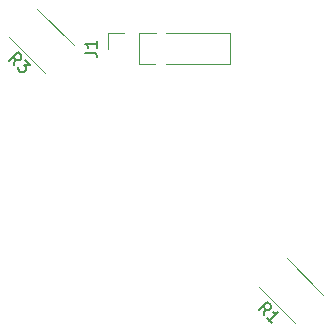
<source format=gbr>
%TF.GenerationSoftware,KiCad,Pcbnew,7.0.7*%
%TF.CreationDate,2023-09-04T20:48:42-04:00*%
%TF.ProjectId,square,73717561-7265-42e6-9b69-6361645f7063,rev?*%
%TF.SameCoordinates,Original*%
%TF.FileFunction,Legend,Top*%
%TF.FilePolarity,Positive*%
%FSLAX46Y46*%
G04 Gerber Fmt 4.6, Leading zero omitted, Abs format (unit mm)*
G04 Created by KiCad (PCBNEW 7.0.7) date 2023-09-04 20:48:42*
%MOMM*%
%LPD*%
G01*
G04 APERTURE LIST*
G04 Aperture macros list*
%AMRoundRect*
0 Rectangle with rounded corners*
0 $1 Rounding radius*
0 $2 $3 $4 $5 $6 $7 $8 $9 X,Y pos of 4 corners*
0 Add a 4 corners polygon primitive as box body*
4,1,4,$2,$3,$4,$5,$6,$7,$8,$9,$2,$3,0*
0 Add four circle primitives for the rounded corners*
1,1,$1+$1,$2,$3*
1,1,$1+$1,$4,$5*
1,1,$1+$1,$6,$7*
1,1,$1+$1,$8,$9*
0 Add four rect primitives between the rounded corners*
20,1,$1+$1,$2,$3,$4,$5,0*
20,1,$1+$1,$4,$5,$6,$7,0*
20,1,$1+$1,$6,$7,$8,$9,0*
20,1,$1+$1,$8,$9,$2,$3,0*%
%AMFreePoly0*
4,1,45,0.263282,1.831170,0.521205,1.775062,0.768518,1.682819,1.000186,1.556319,1.211492,1.398137,1.398137,1.211492,1.556319,1.000186,1.682819,0.768518,1.775062,0.521205,1.831170,0.263282,1.850000,0.000000,1.831170,-0.263282,1.775062,-0.521205,1.682819,-0.768518,1.556319,-1.000186,1.398137,-1.211492,1.211492,-1.398137,1.000186,-1.556319,0.768518,-1.682819,0.521205,-1.775062,
0.263282,-1.831170,0.000000,-1.850000,-0.263282,-1.831170,-0.521205,-1.775062,-0.768518,-1.682819,-1.000186,-1.556319,-1.211492,-1.398137,-1.398137,-1.211492,-1.556319,-1.000186,-1.682819,-0.768518,-1.775062,-0.521205,-1.831170,-0.263282,-1.850000,0.000000,-1.831170,0.263282,-1.775062,0.521205,-1.682819,0.768518,-1.556319,1.000186,-1.398137,1.211492,-1.211492,1.398137,-1.000186,1.556319,
-0.768518,1.682819,-0.521205,1.775062,-0.263282,1.831170,0.000000,1.850000,0.263282,1.831170,0.263282,1.831170,$1*%
%AMFreePoly1*
4,1,49,0.287158,2.181179,0.569402,2.125037,0.841904,2.032535,1.100000,1.905256,1.339275,1.745377,1.555635,1.555635,1.745377,1.339275,1.905256,1.100000,2.032535,0.841904,2.125037,0.569402,2.181179,0.287158,2.200000,0.000000,2.181179,-0.287158,2.125037,-0.569402,2.032535,-0.841904,1.905256,-1.100000,1.745377,-1.339275,1.555635,-1.555635,1.339275,-1.745377,1.100000,-1.905256,
0.841904,-2.032535,0.569402,-2.125037,0.287158,-2.181179,0.000000,-2.200000,-0.287158,-2.181179,-0.569402,-2.125037,-0.841904,-2.032535,-1.100000,-1.905256,-1.339275,-1.745377,-1.555635,-1.555635,-1.745377,-1.339275,-1.905256,-1.100000,-2.032535,-0.841904,-2.125037,-0.569402,-2.181179,-0.287158,-2.200000,0.000000,-2.181179,0.287158,-2.125037,0.569402,-2.032535,0.841904,-1.905256,1.100000,
-1.745377,1.339275,-1.555635,1.555635,-1.339275,1.745377,-1.100000,1.905256,-0.841904,2.032535,-0.569402,2.125037,-0.287158,2.181179,0.000000,2.200000,0.287158,2.181179,0.287158,2.181179,$1*%
%AMFreePoly2*
4,1,53,0.313395,2.581043,0.622221,2.524449,0.921973,2.431042,1.208280,2.302186,1.476968,2.139758,1.724119,1.946128,1.946128,1.724119,2.139758,1.476968,2.302186,1.208280,2.431042,0.921973,2.524449,0.622221,2.581043,0.313395,2.600000,0.000000,2.581043,-0.313395,2.524449,-0.622221,2.431042,-0.921973,2.302186,-1.208280,2.139758,-1.476968,1.946128,-1.724119,1.724119,-1.946128,
1.476968,-2.139758,1.208280,-2.302186,0.921973,-2.431042,0.622221,-2.524449,0.313395,-2.581043,0.000000,-2.600000,-0.313395,-2.581043,-0.622221,-2.524449,-0.921973,-2.431042,-1.208280,-2.302186,-1.476968,-2.139758,-1.724119,-1.946128,-1.946128,-1.724119,-2.139758,-1.476968,-2.302186,-1.208280,-2.431042,-0.921973,-2.524449,-0.622221,-2.581043,-0.313395,-2.600000,0.000000,-2.581043,0.313395,
-2.524449,0.622221,-2.431042,0.921973,-2.302186,1.208280,-2.139758,1.476968,-1.946128,1.724119,-1.724119,1.946128,-1.476968,2.139758,-1.208280,2.302186,-0.921973,2.431042,-0.622221,2.524449,-0.313395,2.581043,0.000000,2.600000,0.313395,2.581043,0.313395,2.581043,$1*%
G04 Aperture macros list end*
%ADD10C,0.150000*%
%ADD11C,0.120000*%
%ADD12C,0.000000*%
%ADD13R,1.700000X1.700000*%
%ADD14O,1.700000X1.700000*%
%ADD15RoundRect,0.249999X1.325827X0.689429X0.689429X1.325827X-1.325827X-0.689429X-0.689429X-1.325827X0*%
%ADD16C,0.800000*%
%ADD17C,5.400000*%
%ADD18FreePoly0,0.000000*%
%ADD19FreePoly1,0.000000*%
%ADD20FreePoly2,0.000000*%
G04 APERTURE END LIST*
D10*
X-6935180Y9666666D02*
X-6220895Y9666666D01*
X-6220895Y9666666D02*
X-6078038Y9619047D01*
X-6078038Y9619047D02*
X-5982800Y9523809D01*
X-5982800Y9523809D02*
X-5935180Y9380952D01*
X-5935180Y9380952D02*
X-5935180Y9285714D01*
X-5935180Y10666666D02*
X-5935180Y10095238D01*
X-5935180Y10380952D02*
X-6935180Y10380952D01*
X-6935180Y10380952D02*
X-6792323Y10285714D01*
X-6792323Y10285714D02*
X-6697085Y10190476D01*
X-6697085Y10190476D02*
X-6649466Y10095238D01*
X-12948752Y8600301D02*
X-12847737Y9172720D01*
X-13352813Y9004362D02*
X-12645706Y9711468D01*
X-12645706Y9711468D02*
X-12376332Y9442094D01*
X-12376332Y9442094D02*
X-12342660Y9341079D01*
X-12342660Y9341079D02*
X-12342660Y9273736D01*
X-12342660Y9273736D02*
X-12376332Y9172720D01*
X-12376332Y9172720D02*
X-12477347Y9071705D01*
X-12477347Y9071705D02*
X-12578363Y9038033D01*
X-12578363Y9038033D02*
X-12645706Y9038033D01*
X-12645706Y9038033D02*
X-12746721Y9071705D01*
X-12746721Y9071705D02*
X-13016095Y9341079D01*
X-12005943Y9071705D02*
X-11568210Y8633972D01*
X-11568210Y8633972D02*
X-12073286Y8600301D01*
X-12073286Y8600301D02*
X-11972271Y8499285D01*
X-11972271Y8499285D02*
X-11938599Y8398270D01*
X-11938599Y8398270D02*
X-11938599Y8330927D01*
X-11938599Y8330927D02*
X-11972271Y8229911D01*
X-11972271Y8229911D02*
X-12140630Y8061553D01*
X-12140630Y8061553D02*
X-12241645Y8027881D01*
X-12241645Y8027881D02*
X-12308989Y8027881D01*
X-12308989Y8027881D02*
X-12410004Y8061553D01*
X-12410004Y8061553D02*
X-12612034Y8263583D01*
X-12612034Y8263583D02*
X-12645706Y8364598D01*
X-12645706Y8364598D02*
X-12645706Y8431942D01*
X8207923Y-12556374D02*
X8308938Y-11983955D01*
X7803862Y-12152313D02*
X8510969Y-11445207D01*
X8510969Y-11445207D02*
X8780343Y-11714581D01*
X8780343Y-11714581D02*
X8814015Y-11815596D01*
X8814015Y-11815596D02*
X8814015Y-11882939D01*
X8814015Y-11882939D02*
X8780343Y-11983955D01*
X8780343Y-11983955D02*
X8679328Y-12084970D01*
X8679328Y-12084970D02*
X8578312Y-12118642D01*
X8578312Y-12118642D02*
X8510969Y-12118642D01*
X8510969Y-12118642D02*
X8409954Y-12084970D01*
X8409954Y-12084970D02*
X8140580Y-11815596D01*
X8881358Y-13229809D02*
X8477297Y-12825748D01*
X8679328Y-13027779D02*
X9386434Y-12320672D01*
X9386434Y-12320672D02*
X9218076Y-12354344D01*
X9218076Y-12354344D02*
X9083389Y-12354344D01*
X9083389Y-12354344D02*
X8982373Y-12320672D01*
D11*
%TO.C,J1*%
X-2350000Y8670000D02*
X5330000Y8670000D01*
X-2350000Y8670000D02*
X-2350000Y11330000D01*
X5330000Y8670000D02*
X5330000Y11330000D01*
X-4950000Y10000000D02*
X-4950000Y11330000D01*
X-4950000Y11330000D02*
X-3620000Y11330000D01*
X-2350000Y11330000D02*
X5330000Y11330000D01*
%TO.C,R3*%
X-10326412Y7908107D02*
X-13405245Y10986940D01*
X-7908107Y10326412D02*
X-10986940Y13405245D01*
%TO.C,R1*%
X10830264Y-13248569D02*
X7751431Y-10169736D01*
X13248569Y-10830264D02*
X10169736Y-7751431D01*
%TD*%
%LPC*%
D12*
G36*
X-12481422Y-12017466D02*
G01*
X-12479119Y-12017616D01*
X-12476818Y-12017878D01*
X-12474524Y-12018252D01*
X-12472238Y-12018740D01*
X-12469965Y-12019342D01*
X-12467708Y-12020059D01*
X-12465470Y-12020892D01*
X-12463255Y-12021843D01*
X-12461067Y-12022912D01*
X-12458907Y-12024100D01*
X-12456781Y-12025408D01*
X-12454691Y-12026837D01*
X-12452641Y-12028389D01*
X-12450634Y-12030063D01*
X-12448944Y-12031830D01*
X-12447349Y-12033656D01*
X-12445850Y-12035538D01*
X-12444448Y-12037474D01*
X-12443145Y-12039460D01*
X-12441943Y-12041493D01*
X-12440842Y-12043571D01*
X-12439844Y-12045690D01*
X-12438951Y-12047849D01*
X-12438164Y-12050043D01*
X-12437484Y-12052270D01*
X-12436914Y-12054527D01*
X-12436454Y-12056811D01*
X-12436106Y-12059120D01*
X-12435871Y-12061450D01*
X-12435751Y-12063798D01*
X-12435748Y-12066161D01*
X-12435862Y-12068538D01*
X-12436095Y-12070924D01*
X-12436449Y-12073317D01*
X-12436925Y-12075713D01*
X-12437525Y-12078111D01*
X-12438249Y-12080507D01*
X-12439100Y-12082897D01*
X-12440079Y-12085281D01*
X-12441187Y-12087653D01*
X-12442426Y-12090012D01*
X-12443798Y-12092354D01*
X-12445303Y-12094677D01*
X-12446943Y-12096978D01*
X-12448720Y-12099254D01*
X-12450635Y-12101501D01*
X-12453023Y-12104448D01*
X-12455229Y-12107341D01*
X-12457256Y-12110187D01*
X-12459110Y-12112994D01*
X-12460792Y-12115770D01*
X-12462308Y-12118523D01*
X-12463662Y-12121261D01*
X-12464856Y-12123991D01*
X-12465895Y-12126721D01*
X-12466784Y-12129458D01*
X-12467525Y-12132211D01*
X-12468122Y-12134987D01*
X-12468580Y-12137795D01*
X-12468902Y-12140641D01*
X-12469093Y-12143533D01*
X-12469156Y-12146480D01*
X-12468740Y-12152943D01*
X-12467504Y-12159421D01*
X-12465465Y-12165902D01*
X-12462639Y-12172370D01*
X-12454697Y-12185210D01*
X-12443814Y-12197826D01*
X-12430124Y-12210100D01*
X-12413764Y-12221917D01*
X-12394869Y-12233161D01*
X-12373575Y-12243715D01*
X-12350018Y-12253462D01*
X-12324332Y-12262287D01*
X-12296655Y-12270074D01*
X-12267121Y-12276705D01*
X-12235867Y-12282065D01*
X-12203027Y-12286038D01*
X-12168738Y-12288507D01*
X-12133135Y-12289355D01*
X-12115177Y-12289133D01*
X-12097532Y-12288478D01*
X-12080214Y-12287404D01*
X-12063242Y-12285929D01*
X-12046633Y-12284069D01*
X-12030403Y-12281838D01*
X-12014569Y-12279255D01*
X-11999148Y-12276333D01*
X-11984158Y-12273090D01*
X-11969614Y-12269541D01*
X-11955535Y-12265702D01*
X-11941937Y-12261590D01*
X-11928837Y-12257220D01*
X-11916252Y-12252608D01*
X-11904199Y-12247770D01*
X-11892695Y-12242723D01*
X-11881756Y-12237481D01*
X-11871401Y-12232062D01*
X-11861645Y-12226482D01*
X-11852506Y-12220755D01*
X-11844000Y-12214898D01*
X-11836146Y-12208928D01*
X-11828959Y-12202860D01*
X-11822456Y-12196710D01*
X-11816655Y-12190494D01*
X-11811572Y-12184228D01*
X-11807225Y-12177928D01*
X-11803630Y-12171611D01*
X-11800805Y-12165291D01*
X-11798766Y-12158985D01*
X-11797530Y-12152710D01*
X-11797114Y-12146480D01*
X-11797176Y-12143533D01*
X-11797367Y-12140641D01*
X-11797689Y-12137795D01*
X-11798147Y-12134987D01*
X-11798745Y-12132211D01*
X-11799486Y-12129458D01*
X-11800374Y-12126721D01*
X-11801413Y-12123991D01*
X-11802608Y-12121261D01*
X-11803961Y-12118523D01*
X-11805477Y-12115770D01*
X-11807160Y-12112994D01*
X-11809013Y-12110187D01*
X-11811041Y-12107341D01*
X-11813247Y-12104448D01*
X-11815635Y-12101501D01*
X-11817076Y-12099494D01*
X-11818424Y-12097444D01*
X-11819677Y-12095354D01*
X-11820833Y-12093228D01*
X-11821893Y-12091069D01*
X-11822855Y-12088880D01*
X-11823718Y-12086665D01*
X-11824482Y-12084427D01*
X-11825144Y-12082170D01*
X-11825705Y-12079897D01*
X-11826163Y-12077611D01*
X-11826518Y-12075317D01*
X-11826767Y-12073016D01*
X-11826912Y-12070713D01*
X-11826949Y-12068411D01*
X-11826879Y-12066113D01*
X-11826701Y-12063823D01*
X-11826413Y-12061544D01*
X-11826015Y-12059280D01*
X-11825505Y-12057033D01*
X-11824882Y-12054808D01*
X-11824147Y-12052608D01*
X-11823297Y-12050436D01*
X-11822332Y-12048295D01*
X-11821250Y-12046189D01*
X-11820051Y-12044121D01*
X-11818735Y-12042095D01*
X-11817298Y-12040115D01*
X-11815742Y-12038182D01*
X-11814065Y-12036301D01*
X-11812265Y-12034476D01*
X-11810343Y-12032709D01*
X-11808336Y-12031027D01*
X-11806286Y-12029454D01*
X-11804196Y-12027991D01*
X-11802069Y-12026637D01*
X-11799910Y-12025394D01*
X-11797722Y-12024262D01*
X-11795507Y-12023241D01*
X-11793269Y-12022333D01*
X-11791012Y-12021536D01*
X-11788739Y-12020853D01*
X-11786453Y-12020283D01*
X-11784158Y-12019826D01*
X-11781858Y-12019484D01*
X-11779555Y-12019257D01*
X-11777253Y-12019145D01*
X-11774955Y-12019149D01*
X-11772665Y-12019270D01*
X-11770386Y-12019507D01*
X-11768122Y-12019861D01*
X-11765875Y-12020333D01*
X-11763650Y-12020923D01*
X-11761450Y-12021632D01*
X-11759278Y-12022460D01*
X-11757137Y-12023408D01*
X-11755031Y-12024475D01*
X-11752963Y-12025664D01*
X-11750937Y-12026974D01*
X-11748956Y-12028405D01*
X-11747024Y-12029958D01*
X-11745143Y-12031634D01*
X-11743318Y-12033433D01*
X-11741551Y-12035355D01*
X-11736250Y-12041370D01*
X-11731262Y-12047504D01*
X-11726593Y-12053755D01*
X-11722245Y-12060118D01*
X-11718222Y-12066590D01*
X-11714529Y-12073167D01*
X-11711170Y-12079844D01*
X-11708147Y-12086618D01*
X-11705466Y-12093485D01*
X-11703129Y-12100441D01*
X-11701142Y-12107483D01*
X-11699507Y-12114606D01*
X-11698229Y-12121806D01*
X-11697311Y-12129081D01*
X-11696757Y-12136425D01*
X-11696572Y-12143834D01*
X-11697118Y-12156389D01*
X-11698742Y-12168746D01*
X-11701418Y-12180889D01*
X-11705124Y-12192808D01*
X-11709836Y-12204488D01*
X-11715530Y-12215917D01*
X-11722182Y-12227081D01*
X-11729769Y-12237968D01*
X-11738266Y-12248564D01*
X-11747651Y-12258856D01*
X-11768986Y-12278477D01*
X-11793585Y-12296726D01*
X-11821257Y-12313498D01*
X-11851812Y-12328689D01*
X-11885062Y-12342194D01*
X-11920815Y-12353909D01*
X-11958881Y-12363728D01*
X-11999072Y-12371547D01*
X-12041197Y-12377262D01*
X-12085065Y-12380767D01*
X-12130488Y-12381959D01*
X-12153615Y-12381659D01*
X-12176347Y-12380767D01*
X-12198663Y-12379297D01*
X-12220540Y-12377262D01*
X-12241955Y-12374674D01*
X-12262887Y-12371547D01*
X-12283313Y-12367894D01*
X-12303212Y-12363728D01*
X-12322559Y-12359062D01*
X-12341335Y-12353909D01*
X-12359515Y-12348282D01*
X-12377078Y-12342194D01*
X-12394001Y-12335659D01*
X-12410263Y-12328689D01*
X-12425841Y-12321298D01*
X-12440712Y-12313498D01*
X-12454855Y-12305303D01*
X-12468247Y-12296726D01*
X-12480865Y-12287780D01*
X-12492688Y-12278477D01*
X-12503694Y-12268832D01*
X-12513859Y-12258856D01*
X-12523162Y-12248564D01*
X-12531580Y-12237968D01*
X-12539091Y-12227081D01*
X-12545673Y-12215917D01*
X-12551304Y-12204488D01*
X-12555961Y-12192808D01*
X-12559622Y-12180889D01*
X-12562264Y-12168746D01*
X-12563866Y-12156389D01*
X-12564405Y-12143834D01*
X-12564220Y-12136424D01*
X-12563666Y-12129075D01*
X-12562748Y-12121789D01*
X-12561470Y-12114565D01*
X-12559835Y-12107402D01*
X-12557847Y-12100302D01*
X-12555511Y-12093264D01*
X-12552829Y-12086287D01*
X-12549807Y-12079373D01*
X-12546447Y-12072521D01*
X-12542754Y-12065730D01*
X-12538732Y-12059002D01*
X-12534384Y-12052336D01*
X-12529715Y-12045732D01*
X-12524727Y-12039189D01*
X-12519426Y-12032709D01*
X-12517659Y-12031020D01*
X-12515834Y-12029424D01*
X-12513953Y-12027923D01*
X-12512021Y-12026518D01*
X-12510040Y-12025211D01*
X-12508014Y-12024001D01*
X-12505946Y-12022889D01*
X-12503840Y-12021878D01*
X-12501699Y-12020967D01*
X-12499527Y-12020158D01*
X-12497327Y-12019452D01*
X-12495102Y-12018850D01*
X-12492855Y-12018352D01*
X-12490591Y-12017959D01*
X-12488312Y-12017674D01*
X-12486022Y-12017496D01*
X-12483724Y-12017426D01*
X-12481422Y-12017466D01*
G37*
G36*
X-9586933Y-12313788D02*
G01*
X-9574679Y-12314956D01*
X-9562308Y-12316721D01*
X-9549849Y-12319127D01*
X-9537334Y-12322216D01*
X-9524791Y-12326032D01*
X-9512251Y-12330618D01*
X-9499745Y-12336017D01*
X-9487301Y-12342272D01*
X-9475520Y-12349276D01*
X-9464960Y-12356847D01*
X-9455585Y-12364919D01*
X-9447360Y-12373422D01*
X-9440249Y-12382290D01*
X-9434217Y-12391455D01*
X-9429228Y-12400848D01*
X-9425248Y-12410402D01*
X-9422240Y-12420049D01*
X-9420170Y-12429721D01*
X-9419002Y-12439351D01*
X-9418700Y-12448870D01*
X-9419230Y-12458211D01*
X-9420556Y-12467305D01*
X-9422643Y-12476086D01*
X-9425454Y-12484485D01*
X-9428956Y-12492435D01*
X-9433112Y-12499867D01*
X-9437888Y-12506713D01*
X-9443247Y-12512907D01*
X-9449154Y-12518380D01*
X-9455575Y-12523064D01*
X-9462473Y-12526892D01*
X-9469814Y-12529795D01*
X-9477561Y-12531706D01*
X-9485680Y-12532557D01*
X-9494135Y-12532280D01*
X-9502892Y-12530808D01*
X-9511913Y-12528072D01*
X-9521165Y-12524005D01*
X-9530611Y-12518538D01*
X-9540217Y-12511605D01*
X-9549546Y-12503514D01*
X-9557048Y-12495125D01*
X-9563257Y-12486450D01*
X-9568702Y-12477499D01*
X-9579425Y-12458818D01*
X-9585765Y-12449111D01*
X-9593465Y-12439175D01*
X-9603057Y-12429023D01*
X-9615071Y-12418665D01*
X-9630038Y-12408113D01*
X-9648490Y-12397380D01*
X-9670957Y-12386475D01*
X-9697970Y-12375412D01*
X-9730060Y-12364202D01*
X-9767759Y-12352855D01*
X-9761134Y-12349471D01*
X-9742541Y-12341156D01*
X-9729357Y-12336012D01*
X-9713902Y-12330671D01*
X-9696416Y-12325476D01*
X-9677139Y-12320774D01*
X-9656312Y-12316910D01*
X-9634175Y-12314227D01*
X-9610969Y-12313071D01*
X-9586933Y-12313788D01*
G37*
G36*
X-11823739Y-10133062D02*
G01*
X-11821268Y-10133244D01*
X-11818812Y-10133542D01*
X-11816379Y-10133952D01*
X-11813977Y-10134471D01*
X-11811615Y-10135094D01*
X-11809298Y-10135818D01*
X-11807036Y-10136639D01*
X-11804836Y-10137553D01*
X-11802706Y-10138556D01*
X-11800653Y-10139645D01*
X-11798685Y-10140815D01*
X-11796811Y-10142062D01*
X-11795037Y-10143383D01*
X-11793371Y-10144774D01*
X-11791822Y-10146230D01*
X-11749489Y-10188564D01*
X-11748033Y-10190113D01*
X-11746642Y-10191778D01*
X-11745321Y-10193552D01*
X-11744074Y-10195426D01*
X-11742904Y-10197394D01*
X-11741816Y-10199447D01*
X-11740812Y-10201577D01*
X-11739898Y-10203777D01*
X-11739077Y-10206039D01*
X-11738353Y-10208356D01*
X-11737730Y-10210718D01*
X-11737211Y-10213120D01*
X-11736801Y-10215553D01*
X-11736503Y-10218009D01*
X-11736322Y-10220480D01*
X-11736260Y-10222959D01*
X-11736260Y-10238834D01*
X-11667468Y-10260001D01*
X-11664771Y-10260806D01*
X-11662138Y-10261732D01*
X-11659571Y-10262774D01*
X-11657071Y-10263928D01*
X-11654641Y-10265191D01*
X-11652283Y-10266559D01*
X-11649999Y-10268027D01*
X-11647790Y-10269592D01*
X-11645659Y-10271250D01*
X-11643607Y-10272997D01*
X-11641636Y-10274830D01*
X-11639749Y-10276744D01*
X-11636233Y-10280801D01*
X-11633073Y-10285136D01*
X-11630285Y-10289720D01*
X-11627884Y-10294521D01*
X-11625887Y-10299508D01*
X-11624308Y-10304649D01*
X-11623164Y-10309915D01*
X-11622469Y-10315274D01*
X-11622295Y-10317979D01*
X-11622239Y-10320695D01*
X-11622303Y-10323419D01*
X-11622489Y-10326147D01*
X-11622559Y-10328859D01*
X-11622764Y-10331538D01*
X-11623102Y-10334182D01*
X-11623569Y-10336787D01*
X-11624163Y-10339351D01*
X-11624879Y-10341872D01*
X-11625714Y-10344348D01*
X-11626665Y-10346776D01*
X-11627728Y-10349153D01*
X-11628901Y-10351478D01*
X-11630179Y-10353747D01*
X-11631559Y-10355959D01*
X-11633038Y-10358110D01*
X-11634612Y-10360199D01*
X-11636279Y-10362223D01*
X-11638034Y-10364180D01*
X-11639874Y-10366067D01*
X-11641797Y-10367882D01*
X-11643797Y-10369622D01*
X-11645873Y-10371286D01*
X-11648021Y-10372869D01*
X-11650237Y-10374371D01*
X-11652517Y-10375789D01*
X-11654860Y-10377120D01*
X-11657260Y-10378362D01*
X-11659715Y-10379512D01*
X-11662222Y-10380568D01*
X-11664777Y-10381528D01*
X-11667376Y-10382389D01*
X-11670016Y-10383149D01*
X-11672694Y-10383805D01*
X-11675406Y-10384355D01*
X-11736260Y-10394938D01*
X-11736260Y-10471668D01*
X-11667468Y-10492834D01*
X-11664771Y-10493640D01*
X-11662138Y-10494565D01*
X-11659571Y-10495607D01*
X-11657071Y-10496762D01*
X-11654641Y-10498025D01*
X-11652283Y-10499392D01*
X-11649999Y-10500860D01*
X-11647790Y-10502426D01*
X-11645659Y-10504084D01*
X-11643607Y-10505831D01*
X-11641636Y-10507664D01*
X-11639749Y-10509578D01*
X-11636233Y-10513634D01*
X-11633073Y-10517970D01*
X-11630285Y-10522554D01*
X-11627884Y-10527354D01*
X-11625887Y-10532341D01*
X-11624308Y-10537483D01*
X-11623164Y-10542749D01*
X-11622469Y-10548107D01*
X-11622295Y-10550812D01*
X-11622239Y-10553528D01*
X-11622303Y-10556252D01*
X-11622489Y-10558980D01*
X-11622559Y-10561693D01*
X-11622764Y-10564372D01*
X-11623102Y-10567015D01*
X-11623569Y-10569620D01*
X-11624163Y-10572185D01*
X-11624879Y-10574706D01*
X-11625714Y-10577181D01*
X-11626665Y-10579609D01*
X-11627728Y-10581987D01*
X-11628901Y-10584311D01*
X-11630179Y-10586580D01*
X-11631559Y-10588792D01*
X-11633038Y-10590944D01*
X-11634612Y-10593033D01*
X-11636279Y-10595057D01*
X-11638034Y-10597014D01*
X-11639874Y-10598901D01*
X-11641797Y-10600716D01*
X-11643797Y-10602456D01*
X-11645873Y-10604119D01*
X-11648021Y-10605703D01*
X-11650237Y-10607205D01*
X-11652517Y-10608623D01*
X-11654860Y-10609954D01*
X-11657260Y-10611196D01*
X-11659715Y-10612346D01*
X-11662222Y-10613402D01*
X-11664777Y-10614362D01*
X-11667376Y-10615223D01*
X-11670016Y-10615983D01*
X-11672694Y-10616639D01*
X-11675406Y-10617189D01*
X-11736260Y-10627772D01*
X-11736260Y-10704501D01*
X-11667468Y-10725668D01*
X-11664771Y-10726473D01*
X-11662138Y-10727399D01*
X-11659571Y-10728441D01*
X-11657071Y-10729595D01*
X-11654641Y-10730858D01*
X-11652283Y-10732225D01*
X-11649999Y-10733694D01*
X-11647790Y-10735259D01*
X-11645659Y-10736917D01*
X-11643607Y-10738664D01*
X-11641636Y-10740497D01*
X-11639749Y-10742411D01*
X-11636233Y-10746467D01*
X-11633073Y-10750803D01*
X-11630285Y-10755387D01*
X-11627884Y-10760187D01*
X-11625887Y-10765174D01*
X-11624308Y-10770316D01*
X-11623164Y-10775582D01*
X-11622469Y-10780941D01*
X-11622295Y-10783645D01*
X-11622239Y-10786362D01*
X-11622303Y-10789086D01*
X-11622489Y-10791814D01*
X-11622559Y-10794526D01*
X-11622764Y-10797205D01*
X-11623102Y-10799849D01*
X-11623569Y-10802454D01*
X-11624163Y-10805018D01*
X-11624879Y-10807539D01*
X-11625714Y-10810015D01*
X-11626665Y-10812443D01*
X-11627728Y-10814820D01*
X-11628901Y-10817144D01*
X-11630179Y-10819414D01*
X-11631559Y-10821625D01*
X-11633038Y-10823777D01*
X-11634612Y-10825866D01*
X-11636279Y-10827890D01*
X-11638034Y-10829847D01*
X-11639874Y-10831734D01*
X-11641797Y-10833549D01*
X-11643797Y-10835289D01*
X-11645873Y-10836952D01*
X-11648021Y-10838536D01*
X-11650237Y-10840038D01*
X-11652517Y-10841456D01*
X-11654860Y-10842787D01*
X-11657260Y-10844028D01*
X-11659715Y-10845179D01*
X-11662222Y-10846235D01*
X-11664777Y-10847195D01*
X-11667376Y-10848056D01*
X-11670016Y-10848815D01*
X-11672694Y-10849472D01*
X-11675406Y-10850022D01*
X-11736260Y-10860605D01*
X-11736260Y-11074917D01*
X-11582802Y-11074917D01*
X-11577137Y-11075056D01*
X-11571555Y-11075467D01*
X-11566064Y-11076145D01*
X-11560669Y-11077083D01*
X-11555377Y-11078274D01*
X-11550194Y-11079714D01*
X-11545126Y-11081394D01*
X-11540179Y-11083310D01*
X-11535361Y-11085454D01*
X-11530677Y-11087820D01*
X-11526133Y-11090403D01*
X-11521736Y-11093195D01*
X-11517492Y-11096191D01*
X-11513408Y-11099384D01*
X-11509489Y-11102768D01*
X-11505742Y-11106337D01*
X-11502174Y-11110084D01*
X-11498790Y-11114002D01*
X-11495597Y-11118087D01*
X-11492601Y-11122331D01*
X-11489808Y-11126728D01*
X-11487226Y-11131271D01*
X-11484859Y-11135955D01*
X-11482715Y-11140774D01*
X-11480799Y-11145720D01*
X-11479119Y-11150788D01*
X-11477680Y-11155971D01*
X-11476488Y-11161264D01*
X-11475550Y-11166658D01*
X-11474872Y-11172150D01*
X-11474461Y-11177731D01*
X-11474323Y-11183397D01*
X-11474323Y-11498251D01*
X-11474509Y-11506681D01*
X-11475067Y-11515092D01*
X-11475997Y-11523464D01*
X-11477299Y-11531778D01*
X-11478974Y-11540015D01*
X-11481020Y-11548154D01*
X-11483438Y-11556178D01*
X-11486229Y-11564066D01*
X-11489392Y-11571798D01*
X-11492926Y-11579357D01*
X-11496833Y-11586721D01*
X-11501112Y-11593873D01*
X-11505763Y-11600791D01*
X-11510786Y-11607458D01*
X-11516181Y-11613854D01*
X-11521948Y-11619959D01*
X-12061698Y-12196751D01*
X-12063247Y-12198673D01*
X-12064912Y-12200471D01*
X-12066686Y-12202146D01*
X-12068560Y-12203696D01*
X-12070528Y-12205122D01*
X-12072581Y-12206424D01*
X-12074711Y-12207603D01*
X-12076911Y-12208657D01*
X-12079173Y-12209587D01*
X-12081490Y-12210393D01*
X-12083852Y-12211075D01*
X-12086254Y-12211633D01*
X-12088687Y-12212068D01*
X-12091143Y-12212378D01*
X-12093614Y-12212564D01*
X-12096093Y-12212626D01*
X-12164884Y-12212626D01*
X-12167364Y-12212564D01*
X-12169835Y-12212378D01*
X-12172291Y-12212068D01*
X-12174723Y-12211634D01*
X-12177125Y-12211075D01*
X-12179488Y-12210393D01*
X-12181804Y-12209587D01*
X-12184066Y-12208657D01*
X-12186267Y-12207603D01*
X-12188397Y-12206425D01*
X-12190450Y-12205122D01*
X-12192417Y-12203696D01*
X-12194292Y-12202146D01*
X-12196066Y-12200472D01*
X-12197731Y-12198673D01*
X-12198521Y-12197727D01*
X-12199280Y-12196751D01*
X-12689183Y-11680813D01*
X-12551176Y-11680813D01*
X-12273363Y-11977146D01*
X-12130488Y-11974501D01*
X-11987613Y-11977146D01*
X-11709800Y-11680813D01*
X-11735680Y-11684699D01*
X-11748775Y-11686487D01*
X-11762055Y-11688089D01*
X-11775584Y-11689443D01*
X-11789423Y-11690487D01*
X-11803635Y-11691159D01*
X-11818280Y-11691396D01*
X-11845215Y-11690765D01*
X-11871413Y-11688952D01*
X-11896821Y-11686077D01*
X-11921385Y-11682260D01*
X-11945048Y-11677622D01*
X-11967759Y-11672281D01*
X-11989462Y-11666360D01*
X-12010103Y-11659977D01*
X-12029627Y-11653254D01*
X-12047981Y-11646309D01*
X-12065111Y-11639264D01*
X-12080961Y-11632238D01*
X-12095478Y-11625351D01*
X-12108608Y-11618724D01*
X-12130488Y-11606730D01*
X-12153236Y-11618724D01*
X-12181503Y-11632238D01*
X-12214855Y-11646309D01*
X-12233302Y-11653254D01*
X-12252858Y-11659977D01*
X-12273468Y-11666360D01*
X-12295078Y-11672281D01*
X-12317633Y-11677622D01*
X-12341080Y-11682260D01*
X-12365364Y-11686077D01*
X-12390431Y-11688952D01*
X-12416227Y-11690765D01*
X-12442696Y-11691396D01*
X-12457341Y-11691267D01*
X-12471552Y-11690859D01*
X-12485391Y-11690141D01*
X-12498920Y-11689081D01*
X-12512201Y-11687650D01*
X-12525296Y-11685815D01*
X-12538267Y-11683547D01*
X-12551176Y-11680813D01*
X-12689183Y-11680813D01*
X-12746966Y-11619959D01*
X-12752297Y-11613854D01*
X-12757369Y-11607459D01*
X-12762169Y-11600792D01*
X-12766686Y-11593873D01*
X-12770909Y-11586722D01*
X-12774825Y-11579357D01*
X-12778424Y-11571799D01*
X-12781693Y-11564066D01*
X-12784621Y-11556178D01*
X-12787197Y-11548155D01*
X-12789408Y-11540015D01*
X-12791243Y-11531779D01*
X-12792690Y-11523464D01*
X-12793739Y-11515092D01*
X-12794376Y-11506681D01*
X-12794591Y-11498251D01*
X-12794591Y-11495605D01*
X-12688759Y-11495605D01*
X-12688729Y-11497093D01*
X-12688640Y-11498582D01*
X-12688498Y-11500070D01*
X-12688304Y-11501558D01*
X-12688065Y-11503046D01*
X-12687783Y-11504535D01*
X-12687462Y-11506023D01*
X-12687106Y-11507511D01*
X-12686305Y-11510488D01*
X-12685411Y-11513464D01*
X-12683468Y-11519417D01*
X-12671598Y-11527918D01*
X-12653991Y-11538807D01*
X-12643105Y-11544807D01*
X-12630866Y-11550997D01*
X-12617302Y-11557242D01*
X-12602439Y-11563405D01*
X-12586305Y-11569351D01*
X-12568927Y-11574944D01*
X-12550332Y-11580049D01*
X-12530547Y-11584530D01*
X-12509599Y-11588251D01*
X-12487516Y-11591077D01*
X-12464324Y-11592872D01*
X-12440051Y-11593501D01*
X-12417954Y-11592960D01*
X-12396348Y-11591408D01*
X-12375293Y-11588949D01*
X-12354847Y-11585687D01*
X-12335067Y-11581728D01*
X-12316012Y-11577176D01*
X-12297740Y-11572136D01*
X-12280309Y-11566712D01*
X-12263777Y-11561009D01*
X-12248202Y-11555131D01*
X-12233643Y-11549184D01*
X-12220157Y-11543271D01*
X-12207804Y-11537498D01*
X-12196639Y-11531970D01*
X-12183062Y-11524709D01*
X-12082863Y-11524709D01*
X-12065097Y-11534616D01*
X-12041936Y-11545917D01*
X-12013937Y-11557777D01*
X-11998299Y-11563655D01*
X-11981660Y-11569358D01*
X-11964092Y-11574782D01*
X-11945663Y-11579822D01*
X-11926443Y-11584374D01*
X-11906502Y-11588333D01*
X-11885910Y-11591595D01*
X-11864737Y-11594054D01*
X-11843053Y-11595606D01*
X-11820926Y-11596147D01*
X-11808656Y-11595979D01*
X-11796653Y-11595489D01*
X-11784920Y-11594695D01*
X-11773461Y-11593615D01*
X-11762279Y-11592267D01*
X-11751378Y-11590670D01*
X-11740760Y-11588843D01*
X-11730430Y-11586804D01*
X-11720391Y-11584570D01*
X-11710645Y-11582162D01*
X-11692050Y-11576892D01*
X-11674672Y-11571142D01*
X-11658538Y-11565058D01*
X-11643675Y-11558789D01*
X-11630111Y-11552480D01*
X-11617872Y-11546280D01*
X-11606985Y-11540336D01*
X-11597479Y-11534795D01*
X-11589379Y-11529805D01*
X-11577509Y-11522063D01*
X-11575566Y-11516110D01*
X-11574672Y-11513134D01*
X-11573871Y-11510157D01*
X-11573515Y-11508669D01*
X-11573194Y-11507180D01*
X-11572912Y-11505692D01*
X-11572672Y-11504204D01*
X-11572479Y-11502716D01*
X-11572336Y-11501227D01*
X-11572248Y-11499739D01*
X-11572217Y-11498251D01*
X-11572217Y-11323626D01*
X-11588547Y-11313725D01*
X-11609590Y-11302459D01*
X-11621801Y-11296586D01*
X-11635097Y-11290698D01*
X-11649448Y-11284902D01*
X-11664822Y-11279308D01*
X-11681187Y-11274024D01*
X-11698515Y-11269159D01*
X-11716772Y-11264821D01*
X-11735928Y-11261118D01*
X-11755953Y-11258160D01*
X-11776815Y-11256054D01*
X-11798483Y-11254909D01*
X-11820926Y-11254834D01*
X-11843024Y-11255375D01*
X-11864629Y-11256927D01*
X-11885684Y-11259386D01*
X-11906130Y-11262648D01*
X-11925910Y-11266607D01*
X-11944965Y-11271159D01*
X-11963237Y-11276199D01*
X-11980668Y-11281623D01*
X-11997200Y-11287327D01*
X-12012775Y-11293204D01*
X-12027334Y-11299151D01*
X-12040819Y-11305064D01*
X-12053173Y-11310837D01*
X-12064337Y-11316365D01*
X-12082863Y-11326272D01*
X-12082863Y-11524709D01*
X-12183062Y-11524709D01*
X-12178113Y-11522063D01*
X-12178113Y-11323626D01*
X-12195880Y-11313719D01*
X-12219041Y-11302418D01*
X-12247039Y-11290558D01*
X-12262678Y-11284681D01*
X-12279316Y-11278977D01*
X-12296885Y-11273553D01*
X-12315314Y-11268513D01*
X-12334534Y-11263961D01*
X-12354475Y-11260002D01*
X-12375066Y-11256740D01*
X-12396240Y-11254281D01*
X-12417924Y-11252729D01*
X-12440051Y-11252188D01*
X-12451135Y-11252326D01*
X-12462058Y-11252729D01*
X-12483402Y-11254281D01*
X-12504041Y-11256740D01*
X-12523932Y-11260002D01*
X-12543032Y-11263961D01*
X-12561299Y-11268513D01*
X-12578690Y-11273553D01*
X-12595163Y-11278977D01*
X-12610674Y-11284681D01*
X-12625182Y-11290558D01*
X-12638643Y-11296505D01*
X-12651015Y-11302418D01*
X-12662255Y-11308191D01*
X-12672321Y-11313719D01*
X-12681170Y-11318899D01*
X-12688759Y-11323626D01*
X-12688759Y-11495605D01*
X-12794591Y-11495605D01*
X-12794591Y-11183397D01*
X-12688759Y-11183397D01*
X-12686113Y-11183397D01*
X-12686113Y-11212501D01*
X-12674713Y-11206558D01*
X-12662383Y-11200677D01*
X-12649185Y-11194921D01*
X-12635181Y-11189350D01*
X-12620432Y-11184027D01*
X-12605002Y-11179015D01*
X-12588951Y-11174374D01*
X-12572342Y-11170168D01*
X-12307759Y-11170168D01*
X-12292630Y-11173789D01*
X-12278004Y-11177681D01*
X-12263890Y-11181806D01*
X-12250295Y-11186125D01*
X-12237227Y-11190599D01*
X-12224694Y-11195189D01*
X-12212704Y-11199857D01*
X-12201264Y-11204564D01*
X-12190382Y-11209270D01*
X-12180067Y-11213938D01*
X-12161163Y-11223002D01*
X-12144617Y-11231446D01*
X-12130488Y-11238959D01*
X-12116251Y-11231446D01*
X-12099441Y-11223002D01*
X-12080212Y-11213938D01*
X-12058720Y-11204564D01*
X-12035119Y-11195189D01*
X-12009565Y-11186125D01*
X-11996104Y-11181806D01*
X-11982213Y-11177681D01*
X-11967911Y-11173789D01*
X-11953217Y-11170168D01*
X-11683343Y-11170168D01*
X-11675002Y-11172213D01*
X-11666843Y-11174374D01*
X-11658862Y-11176644D01*
X-11651055Y-11179014D01*
X-11635950Y-11184027D01*
X-11621497Y-11189350D01*
X-11607663Y-11194920D01*
X-11594418Y-11200677D01*
X-11581731Y-11206558D01*
X-11569572Y-11212501D01*
X-11569572Y-11183397D01*
X-11569587Y-11182660D01*
X-11569633Y-11181940D01*
X-11569709Y-11181236D01*
X-11569815Y-11180549D01*
X-11569949Y-11179880D01*
X-11570113Y-11179228D01*
X-11570304Y-11178595D01*
X-11570523Y-11177981D01*
X-11570769Y-11177386D01*
X-11571041Y-11176811D01*
X-11571340Y-11176257D01*
X-11571665Y-11175723D01*
X-11572014Y-11175210D01*
X-11572389Y-11174720D01*
X-11572787Y-11174251D01*
X-11573210Y-11173806D01*
X-11573655Y-11173383D01*
X-11574124Y-11172985D01*
X-11574614Y-11172610D01*
X-11575127Y-11172261D01*
X-11575661Y-11171936D01*
X-11576215Y-11171637D01*
X-11576790Y-11171365D01*
X-11577385Y-11171118D01*
X-11577999Y-11170900D01*
X-11578632Y-11170708D01*
X-11579284Y-11170545D01*
X-11579953Y-11170410D01*
X-11580640Y-11170305D01*
X-11581344Y-11170229D01*
X-11582064Y-11170183D01*
X-11582801Y-11170168D01*
X-11683343Y-11170168D01*
X-11953217Y-11170168D01*
X-12307759Y-11170168D01*
X-12572342Y-11170168D01*
X-12675530Y-11170168D01*
X-12676266Y-11170183D01*
X-12676987Y-11170229D01*
X-12677690Y-11170305D01*
X-12678377Y-11170410D01*
X-12679047Y-11170545D01*
X-12679698Y-11170708D01*
X-12680331Y-11170900D01*
X-12680946Y-11171118D01*
X-12681540Y-11171364D01*
X-12682115Y-11171637D01*
X-12682670Y-11171936D01*
X-12683204Y-11172260D01*
X-12683716Y-11172610D01*
X-12684207Y-11172985D01*
X-12684675Y-11173383D01*
X-12685121Y-11173806D01*
X-12685543Y-11174251D01*
X-12685942Y-11174720D01*
X-12686317Y-11175210D01*
X-12686666Y-11175723D01*
X-12686991Y-11176256D01*
X-12687290Y-11176811D01*
X-12687562Y-11177386D01*
X-12687808Y-11177981D01*
X-12688027Y-11178595D01*
X-12688219Y-11179228D01*
X-12688382Y-11179880D01*
X-12688516Y-11180549D01*
X-12688622Y-11181236D01*
X-12688698Y-11181940D01*
X-12688744Y-11182660D01*
X-12688759Y-11183397D01*
X-12794591Y-11183397D01*
X-12794453Y-11177964D01*
X-12794042Y-11172586D01*
X-12793364Y-11167270D01*
X-12792426Y-11162023D01*
X-12791234Y-11156854D01*
X-12789795Y-11151771D01*
X-12788115Y-11146780D01*
X-12786199Y-11141890D01*
X-12784055Y-11137109D01*
X-12781688Y-11132444D01*
X-12779106Y-11127903D01*
X-12776313Y-11123493D01*
X-12773318Y-11119224D01*
X-12770124Y-11115101D01*
X-12766741Y-11111134D01*
X-12763172Y-11107329D01*
X-12759425Y-11103695D01*
X-12755507Y-11100239D01*
X-12751422Y-11096969D01*
X-12747178Y-11093893D01*
X-12742781Y-11091019D01*
X-12738238Y-11088353D01*
X-12733553Y-11085905D01*
X-12728735Y-11083682D01*
X-12723789Y-11081691D01*
X-12718721Y-11079940D01*
X-12713537Y-11078438D01*
X-12708245Y-11077191D01*
X-12702850Y-11076208D01*
X-12697359Y-11075496D01*
X-12691778Y-11075063D01*
X-12686112Y-11074917D01*
X-12532654Y-11074917D01*
X-12429467Y-11074917D01*
X-11834155Y-11074917D01*
X-11834155Y-10876480D01*
X-12429467Y-10969084D01*
X-12429467Y-11074917D01*
X-12532654Y-11074917D01*
X-12532654Y-11006126D01*
X-12598800Y-10990251D01*
X-12601497Y-10989453D01*
X-12604131Y-10988549D01*
X-12606700Y-10987541D01*
X-12609203Y-10986432D01*
X-12611637Y-10985224D01*
X-12614003Y-10983920D01*
X-12618520Y-10981032D01*
X-12622742Y-10977787D01*
X-12626659Y-10974205D01*
X-12630258Y-10970306D01*
X-12633527Y-10966108D01*
X-12636455Y-10961630D01*
X-12639030Y-10956894D01*
X-12641241Y-10951917D01*
X-12643077Y-10946719D01*
X-12644524Y-10941319D01*
X-12645573Y-10935737D01*
X-12646210Y-10929993D01*
X-12646425Y-10924105D01*
X-12646116Y-10921152D01*
X-12645685Y-10918247D01*
X-12645136Y-10915393D01*
X-12644472Y-10912591D01*
X-12643695Y-10909844D01*
X-12642809Y-10907153D01*
X-12641816Y-10904519D01*
X-12640720Y-10901946D01*
X-12639523Y-10899435D01*
X-12638228Y-10896988D01*
X-12636838Y-10894607D01*
X-12635356Y-10892293D01*
X-12633785Y-10890049D01*
X-12632128Y-10887877D01*
X-12630387Y-10885779D01*
X-12628566Y-10883756D01*
X-12626667Y-10881811D01*
X-12624694Y-10879945D01*
X-12622649Y-10878161D01*
X-12620535Y-10876460D01*
X-12618356Y-10874844D01*
X-12616113Y-10873315D01*
X-12613810Y-10871875D01*
X-12611451Y-10870527D01*
X-12609036Y-10869272D01*
X-12606571Y-10868111D01*
X-12604057Y-10867048D01*
X-12601498Y-10866083D01*
X-12598896Y-10865219D01*
X-12596254Y-10864458D01*
X-12593575Y-10863801D01*
X-12590863Y-10863251D01*
X-12530009Y-10852667D01*
X-12530009Y-10836793D01*
X-12429467Y-10836793D01*
X-11834155Y-10744188D01*
X-11834155Y-10643647D01*
X-12429467Y-10736251D01*
X-12429467Y-10836793D01*
X-12530009Y-10836793D01*
X-12530009Y-10773293D01*
X-12596155Y-10757418D01*
X-12598852Y-10756620D01*
X-12601486Y-10755716D01*
X-12604055Y-10754708D01*
X-12606558Y-10753599D01*
X-12608992Y-10752391D01*
X-12611358Y-10751087D01*
X-12615875Y-10748199D01*
X-12620097Y-10744954D01*
X-12624014Y-10741372D01*
X-12627613Y-10737473D01*
X-12630882Y-10733275D01*
X-12633810Y-10728797D01*
X-12636385Y-10724061D01*
X-12638596Y-10719084D01*
X-12640432Y-10713886D01*
X-12641879Y-10708486D01*
X-12642927Y-10702904D01*
X-12643565Y-10697160D01*
X-12643780Y-10691272D01*
X-12643471Y-10688319D01*
X-12643040Y-10685414D01*
X-12642491Y-10682560D01*
X-12641827Y-10679759D01*
X-12641050Y-10677011D01*
X-12640164Y-10674320D01*
X-12639171Y-10671686D01*
X-12638075Y-10669113D01*
X-12636878Y-10666602D01*
X-12635583Y-10664155D01*
X-12634193Y-10661774D01*
X-12632711Y-10659460D01*
X-12631140Y-10657216D01*
X-12629482Y-10655044D01*
X-12627742Y-10652946D01*
X-12625921Y-10650923D01*
X-12624022Y-10648978D01*
X-12622049Y-10647112D01*
X-12620004Y-10645328D01*
X-12617890Y-10643626D01*
X-12615710Y-10642011D01*
X-12613468Y-10640482D01*
X-12611165Y-10639042D01*
X-12608805Y-10637694D01*
X-12606391Y-10636439D01*
X-12603926Y-10635278D01*
X-12601412Y-10634215D01*
X-12598853Y-10633250D01*
X-12596251Y-10632386D01*
X-12593609Y-10631625D01*
X-12590930Y-10630968D01*
X-12588218Y-10630418D01*
X-12527363Y-10619834D01*
X-12527363Y-10603959D01*
X-12429467Y-10603959D01*
X-11834155Y-10511355D01*
X-11834155Y-10410813D01*
X-12429467Y-10503418D01*
X-12429467Y-10603959D01*
X-12527363Y-10603959D01*
X-12527363Y-10540459D01*
X-12593509Y-10524584D01*
X-12596206Y-10523786D01*
X-12598840Y-10522882D01*
X-12601409Y-10521875D01*
X-12603912Y-10520766D01*
X-12606346Y-10519558D01*
X-12608712Y-10518254D01*
X-12613229Y-10515365D01*
X-12617452Y-10512121D01*
X-12621368Y-10508539D01*
X-12624967Y-10504640D01*
X-12628236Y-10500441D01*
X-12631164Y-10495964D01*
X-12633739Y-10491228D01*
X-12635950Y-10486251D01*
X-12637786Y-10481052D01*
X-12639233Y-10475653D01*
X-12640282Y-10470071D01*
X-12640919Y-10464327D01*
X-12641134Y-10458439D01*
X-12640825Y-10455486D01*
X-12640394Y-10452581D01*
X-12639845Y-10449727D01*
X-12639181Y-10446925D01*
X-12638404Y-10444178D01*
X-12637518Y-10441486D01*
X-12636525Y-10438853D01*
X-12635429Y-10436280D01*
X-12634232Y-10433769D01*
X-12632937Y-10431322D01*
X-12631547Y-10428940D01*
X-12630065Y-10426627D01*
X-12628494Y-10424383D01*
X-12626836Y-10422211D01*
X-12625096Y-10420113D01*
X-12623275Y-10418090D01*
X-12621376Y-10416145D01*
X-12619403Y-10414279D01*
X-12617358Y-10412494D01*
X-12615244Y-10410793D01*
X-12613064Y-10409177D01*
X-12610822Y-10407649D01*
X-12608519Y-10406209D01*
X-12606159Y-10404861D01*
X-12603745Y-10403605D01*
X-12601280Y-10402445D01*
X-12598766Y-10401381D01*
X-12596207Y-10400417D01*
X-12593605Y-10399553D01*
X-12590963Y-10398791D01*
X-12588284Y-10398135D01*
X-12585572Y-10397585D01*
X-12524717Y-10387001D01*
X-12524717Y-10371126D01*
X-12432114Y-10371126D01*
X-11836801Y-10278522D01*
X-11836801Y-10244126D01*
X-11850030Y-10230897D01*
X-12416238Y-10230897D01*
X-12429467Y-10244126D01*
X-12432114Y-10244126D01*
X-12432114Y-10371126D01*
X-12524717Y-10371126D01*
X-12524717Y-10222959D01*
X-12524656Y-10220480D01*
X-12524474Y-10218009D01*
X-12524177Y-10215553D01*
X-12523767Y-10213120D01*
X-12523248Y-10210719D01*
X-12522625Y-10208356D01*
X-12521900Y-10206039D01*
X-12521080Y-10203777D01*
X-12520166Y-10201577D01*
X-12519162Y-10199447D01*
X-12518074Y-10197394D01*
X-12516904Y-10195426D01*
X-12515657Y-10193552D01*
X-12514336Y-10191778D01*
X-12512945Y-10190113D01*
X-12511488Y-10188564D01*
X-12469155Y-10146230D01*
X-12467606Y-10144774D01*
X-12465941Y-10143383D01*
X-12464167Y-10142062D01*
X-12462293Y-10140815D01*
X-12460325Y-10139645D01*
X-12458272Y-10138556D01*
X-12456142Y-10137553D01*
X-12453942Y-10136639D01*
X-12451680Y-10135818D01*
X-12449363Y-10135094D01*
X-12447000Y-10134471D01*
X-12444599Y-10133952D01*
X-12442166Y-10133542D01*
X-12439710Y-10133244D01*
X-12437239Y-10133062D01*
X-12434760Y-10133001D01*
X-11826218Y-10133001D01*
X-11823739Y-10133062D01*
G37*
G36*
X-12122111Y-8341980D02*
G01*
X-12113851Y-8342596D01*
X-12105720Y-8343612D01*
X-12097725Y-8345017D01*
X-12089879Y-8346802D01*
X-12082189Y-8348958D01*
X-12074666Y-8351473D01*
X-12067319Y-8354340D01*
X-12060158Y-8357547D01*
X-12053193Y-8361086D01*
X-12046434Y-8364947D01*
X-12039889Y-8369119D01*
X-12033569Y-8373594D01*
X-12027484Y-8378361D01*
X-12021643Y-8383412D01*
X-12016056Y-8388735D01*
X-12010732Y-8394323D01*
X-12005682Y-8400164D01*
X-12000914Y-8406249D01*
X-11996440Y-8412569D01*
X-11992267Y-8419113D01*
X-11988406Y-8425873D01*
X-11984868Y-8432838D01*
X-11981660Y-8439998D01*
X-11978794Y-8447345D01*
X-11976278Y-8454868D01*
X-11974123Y-8462558D01*
X-11972338Y-8470405D01*
X-11970932Y-8478399D01*
X-11969917Y-8486531D01*
X-11969300Y-8494790D01*
X-11969092Y-8503168D01*
X-11969092Y-9323376D01*
X-11969300Y-9331754D01*
X-11969917Y-9340013D01*
X-11970932Y-9348145D01*
X-11972338Y-9356139D01*
X-11974123Y-9363986D01*
X-11976278Y-9371675D01*
X-11978794Y-9379199D01*
X-11981660Y-9386545D01*
X-11984868Y-9393706D01*
X-11988406Y-9400671D01*
X-11992267Y-9407431D01*
X-11996440Y-9413975D01*
X-12000914Y-9420295D01*
X-12005682Y-9426380D01*
X-12010732Y-9432221D01*
X-12016056Y-9437808D01*
X-12021643Y-9443132D01*
X-12027484Y-9448182D01*
X-12033569Y-9452950D01*
X-12039889Y-9457425D01*
X-12046434Y-9461597D01*
X-12053193Y-9465458D01*
X-12060158Y-9468997D01*
X-12067319Y-9472204D01*
X-12074666Y-9475071D01*
X-12082189Y-9477586D01*
X-12089879Y-9479742D01*
X-12097725Y-9481527D01*
X-12105720Y-9482932D01*
X-12113851Y-9483948D01*
X-12122111Y-9484564D01*
X-12130488Y-9484772D01*
X-12138866Y-9484557D01*
X-12147126Y-9483919D01*
X-12155257Y-9482869D01*
X-12163251Y-9481418D01*
X-12171098Y-9479578D01*
X-12178788Y-9477360D01*
X-12186311Y-9474774D01*
X-12193658Y-9471832D01*
X-12200818Y-9468545D01*
X-12207783Y-9464925D01*
X-12214543Y-9460982D01*
X-12221088Y-9456727D01*
X-12227407Y-9452172D01*
X-12233492Y-9447328D01*
X-12239333Y-9442205D01*
X-12244921Y-9436816D01*
X-12250244Y-9431171D01*
X-12255295Y-9425281D01*
X-12260062Y-9419158D01*
X-12264537Y-9412812D01*
X-12268710Y-9406256D01*
X-12272570Y-9399499D01*
X-12276109Y-9392553D01*
X-12279316Y-9385429D01*
X-12282183Y-9378139D01*
X-12284699Y-9370693D01*
X-12286854Y-9363103D01*
X-12288639Y-9355379D01*
X-12290044Y-9347534D01*
X-12291060Y-9339577D01*
X-12291677Y-9331521D01*
X-12291884Y-9323376D01*
X-12291884Y-8503168D01*
X-12291677Y-8494790D01*
X-12291060Y-8486531D01*
X-12290044Y-8478399D01*
X-12288639Y-8470405D01*
X-12286854Y-8462558D01*
X-12284699Y-8454868D01*
X-12282183Y-8447345D01*
X-12279317Y-8439999D01*
X-12276109Y-8432838D01*
X-12272570Y-8425873D01*
X-12268710Y-8419113D01*
X-12264537Y-8412569D01*
X-12260062Y-8406249D01*
X-12255295Y-8400164D01*
X-12250244Y-8394323D01*
X-12244921Y-8388736D01*
X-12239334Y-8383412D01*
X-12233493Y-8378362D01*
X-12227407Y-8373594D01*
X-12221088Y-8369119D01*
X-12214543Y-8364947D01*
X-12207784Y-8361086D01*
X-12200819Y-8357547D01*
X-12193658Y-8354340D01*
X-12186311Y-8351473D01*
X-12178788Y-8348958D01*
X-12171098Y-8346802D01*
X-12163251Y-8345017D01*
X-12155257Y-8343612D01*
X-12147126Y-8342596D01*
X-12138866Y-8341980D01*
X-12130488Y-8341772D01*
X-12122111Y-8341980D01*
G37*
G36*
X-14639461Y-12313436D02*
G01*
X-14627964Y-12314227D01*
X-14616721Y-12315399D01*
X-14605763Y-12316909D01*
X-14595122Y-12318716D01*
X-14584829Y-12320774D01*
X-14565415Y-12325476D01*
X-14547772Y-12330670D01*
X-14532152Y-12336012D01*
X-14518808Y-12341155D01*
X-14507990Y-12345756D01*
X-14499951Y-12349470D01*
X-14493217Y-12352855D01*
X-14512801Y-12358544D01*
X-14530916Y-12364201D01*
X-14547629Y-12369824D01*
X-14563006Y-12375412D01*
X-14577114Y-12380962D01*
X-14590020Y-12386475D01*
X-14601788Y-12391948D01*
X-14612487Y-12397379D01*
X-14622181Y-12402768D01*
X-14630938Y-12408113D01*
X-14638824Y-12413412D01*
X-14645906Y-12418665D01*
X-14652249Y-12423869D01*
X-14657920Y-12429023D01*
X-14662985Y-12434125D01*
X-14667512Y-12439175D01*
X-14671565Y-12444171D01*
X-14675212Y-12449111D01*
X-14678519Y-12453993D01*
X-14681552Y-12458817D01*
X-14692275Y-12477499D01*
X-14697720Y-12486450D01*
X-14700695Y-12490823D01*
X-14703928Y-12495125D01*
X-14707484Y-12499356D01*
X-14711431Y-12503514D01*
X-14715834Y-12507598D01*
X-14720759Y-12511605D01*
X-14730365Y-12518538D01*
X-14739812Y-12524005D01*
X-14749063Y-12528072D01*
X-14758085Y-12530808D01*
X-14766841Y-12532280D01*
X-14775296Y-12532557D01*
X-14783415Y-12531706D01*
X-14791163Y-12529795D01*
X-14798504Y-12526892D01*
X-14805402Y-12523064D01*
X-14811822Y-12518380D01*
X-14817730Y-12512907D01*
X-14823089Y-12506713D01*
X-14827864Y-12499867D01*
X-14832020Y-12492435D01*
X-14835522Y-12484485D01*
X-14838334Y-12476086D01*
X-14840420Y-12467305D01*
X-14841746Y-12458211D01*
X-14842276Y-12448870D01*
X-14841975Y-12439351D01*
X-14840807Y-12429721D01*
X-14838736Y-12420049D01*
X-14835729Y-12410402D01*
X-14831748Y-12400848D01*
X-14826760Y-12391454D01*
X-14820727Y-12382290D01*
X-14813616Y-12373422D01*
X-14805391Y-12364918D01*
X-14796016Y-12356846D01*
X-14785456Y-12349275D01*
X-14773676Y-12342271D01*
X-14761465Y-12336016D01*
X-14749161Y-12330617D01*
X-14736796Y-12326032D01*
X-14724402Y-12322216D01*
X-14712010Y-12319126D01*
X-14699651Y-12316721D01*
X-14687357Y-12314955D01*
X-14675160Y-12313787D01*
X-14663090Y-12313174D01*
X-14651180Y-12313071D01*
X-14639461Y-12313436D01*
G37*
G36*
X-14340568Y-12068715D02*
G01*
X-14329205Y-12070451D01*
X-14317717Y-12073325D01*
X-14306159Y-12077393D01*
X-14294590Y-12082716D01*
X-14283066Y-12089351D01*
X-14271645Y-12097357D01*
X-14260384Y-12106792D01*
X-14249425Y-12117419D01*
X-14239347Y-12128433D01*
X-14230113Y-12139786D01*
X-14221689Y-12151430D01*
X-14214040Y-12163319D01*
X-14207131Y-12175404D01*
X-14200928Y-12187639D01*
X-14195396Y-12199975D01*
X-14190499Y-12212366D01*
X-14186202Y-12224763D01*
X-14182472Y-12237120D01*
X-14179273Y-12249388D01*
X-14176569Y-12261521D01*
X-14174327Y-12273471D01*
X-14171087Y-12296631D01*
X-14169273Y-12318489D01*
X-14168607Y-12338665D01*
X-14168808Y-12356779D01*
X-14169599Y-12372451D01*
X-14171831Y-12394951D01*
X-14173072Y-12403126D01*
X-14185694Y-12385038D01*
X-14197781Y-12368433D01*
X-14209351Y-12353242D01*
X-14220428Y-12339398D01*
X-14231031Y-12326834D01*
X-14241184Y-12315480D01*
X-14250906Y-12305270D01*
X-14260219Y-12296135D01*
X-14269144Y-12288008D01*
X-14277703Y-12280821D01*
X-14285918Y-12274505D01*
X-14293808Y-12268994D01*
X-14301397Y-12264220D01*
X-14308704Y-12260114D01*
X-14315752Y-12256608D01*
X-14322561Y-12253636D01*
X-14329153Y-12251129D01*
X-14335550Y-12249019D01*
X-14341772Y-12247238D01*
X-14347841Y-12245719D01*
X-14371013Y-12240903D01*
X-14382234Y-12238301D01*
X-14387829Y-12236714D01*
X-14393440Y-12234847D01*
X-14399091Y-12232630D01*
X-14404801Y-12229997D01*
X-14410593Y-12226879D01*
X-14416488Y-12223209D01*
X-14426854Y-12215584D01*
X-14435664Y-12207629D01*
X-14442976Y-12199405D01*
X-14448848Y-12190968D01*
X-14453336Y-12182379D01*
X-14456497Y-12173695D01*
X-14458389Y-12164975D01*
X-14459069Y-12156278D01*
X-14458595Y-12147662D01*
X-14457022Y-12139186D01*
X-14454408Y-12130909D01*
X-14450812Y-12122890D01*
X-14446288Y-12115186D01*
X-14440896Y-12107856D01*
X-14434692Y-12100960D01*
X-14427733Y-12094555D01*
X-14420076Y-12088701D01*
X-14411779Y-12083456D01*
X-14402899Y-12078878D01*
X-14393492Y-12075027D01*
X-14383617Y-12071960D01*
X-14373329Y-12069737D01*
X-14362687Y-12068416D01*
X-14351748Y-12068056D01*
X-14340568Y-12068715D01*
G37*
G36*
X-9898289Y-12069398D02*
G01*
X-9887647Y-12070597D01*
X-9877360Y-12072708D01*
X-9867484Y-12075673D01*
X-9858078Y-12079432D01*
X-9849197Y-12083927D01*
X-9840900Y-12089098D01*
X-9833243Y-12094886D01*
X-9826284Y-12101233D01*
X-9820080Y-12108078D01*
X-9814688Y-12115363D01*
X-9810165Y-12123029D01*
X-9806568Y-12131017D01*
X-9803954Y-12139267D01*
X-9802382Y-12147721D01*
X-9801907Y-12156319D01*
X-9802587Y-12165003D01*
X-9804479Y-12173712D01*
X-9807640Y-12182389D01*
X-9812128Y-12190973D01*
X-9818000Y-12199407D01*
X-9825312Y-12207630D01*
X-9834123Y-12215584D01*
X-9844488Y-12223209D01*
X-9850383Y-12226879D01*
X-9856175Y-12229997D01*
X-9867536Y-12234852D01*
X-9878742Y-12238319D01*
X-9889963Y-12240944D01*
X-9913135Y-12245859D01*
X-9925426Y-12249240D01*
X-9938415Y-12253967D01*
X-9952272Y-12260585D01*
X-9959580Y-12264774D01*
X-9967168Y-12269640D01*
X-9975059Y-12275253D01*
X-9983273Y-12281680D01*
X-9991832Y-12288990D01*
X-10000758Y-12297251D01*
X-10010071Y-12306531D01*
X-10019793Y-12316899D01*
X-10029945Y-12328423D01*
X-10040549Y-12341171D01*
X-10051625Y-12355212D01*
X-10063196Y-12370613D01*
X-10075282Y-12387444D01*
X-10087905Y-12405772D01*
X-10089037Y-12397597D01*
X-10091005Y-12375097D01*
X-10091635Y-12359424D01*
X-10091672Y-12341311D01*
X-10090849Y-12321135D01*
X-10088897Y-12299277D01*
X-10085550Y-12276117D01*
X-10080541Y-12252034D01*
X-10073601Y-12227409D01*
X-10064464Y-12202621D01*
X-10058988Y-12190285D01*
X-10052862Y-12178050D01*
X-10046053Y-12165965D01*
X-10038528Y-12154076D01*
X-10030253Y-12142432D01*
X-10021194Y-12131079D01*
X-10011318Y-12120065D01*
X-10000592Y-12109438D01*
X-9989331Y-12099762D01*
X-9977910Y-12091531D01*
X-9966386Y-12084685D01*
X-9954817Y-12079166D01*
X-9943260Y-12074914D01*
X-9931771Y-12071871D01*
X-9920408Y-12069976D01*
X-9909228Y-12069172D01*
X-9898289Y-12069398D01*
G37*
G36*
X-14404019Y-12528493D02*
G01*
X-14378760Y-12530140D01*
X-14354124Y-12532568D01*
X-14330185Y-12535681D01*
X-14307017Y-12539386D01*
X-14263289Y-12548189D01*
X-14223534Y-12558217D01*
X-14188344Y-12568710D01*
X-14158313Y-12578908D01*
X-14116098Y-12595383D01*
X-14101634Y-12601563D01*
X-14144609Y-12616315D01*
X-14184336Y-12630810D01*
X-14220962Y-12645054D01*
X-14254633Y-12659053D01*
X-14285495Y-12672814D01*
X-14313697Y-12686343D01*
X-14339384Y-12699646D01*
X-14362703Y-12712730D01*
X-14383802Y-12725600D01*
X-14402827Y-12738264D01*
X-14419924Y-12750727D01*
X-14435242Y-12762995D01*
X-14448925Y-12775076D01*
X-14461122Y-12786975D01*
X-14471978Y-12798699D01*
X-14481642Y-12810253D01*
X-14490259Y-12821645D01*
X-14497976Y-12832881D01*
X-14504941Y-12843966D01*
X-14511299Y-12854907D01*
X-14533608Y-12897359D01*
X-14544942Y-12917886D01*
X-14551168Y-12927996D01*
X-14557963Y-12938013D01*
X-14565472Y-12947943D01*
X-14573844Y-12957792D01*
X-14583224Y-12967566D01*
X-14593759Y-12977272D01*
X-14614511Y-12993450D01*
X-14635039Y-13006365D01*
X-14655260Y-13016162D01*
X-14675087Y-13022990D01*
X-14694438Y-13026994D01*
X-14713228Y-13028321D01*
X-14731373Y-13027118D01*
X-14748788Y-13023532D01*
X-14765389Y-13017710D01*
X-14781092Y-13009799D01*
X-14795813Y-12999944D01*
X-14809467Y-12988294D01*
X-14821969Y-12974995D01*
X-14833237Y-12960193D01*
X-14843184Y-12944036D01*
X-14851728Y-12926670D01*
X-14858783Y-12908242D01*
X-14864266Y-12888899D01*
X-14868091Y-12868788D01*
X-14870176Y-12848055D01*
X-14870435Y-12826847D01*
X-14868785Y-12805311D01*
X-14865140Y-12783594D01*
X-14859417Y-12761843D01*
X-14851531Y-12740204D01*
X-14841399Y-12718824D01*
X-14828935Y-12697850D01*
X-14814056Y-12677429D01*
X-14796676Y-12657708D01*
X-14776713Y-12638833D01*
X-14754081Y-12620951D01*
X-14728697Y-12604209D01*
X-14701749Y-12589078D01*
X-14674535Y-12575867D01*
X-14647128Y-12564482D01*
X-14619602Y-12554827D01*
X-14592032Y-12546808D01*
X-14564491Y-12540329D01*
X-14537054Y-12535296D01*
X-14509795Y-12531614D01*
X-14482788Y-12529188D01*
X-14456107Y-12527922D01*
X-14429826Y-12527722D01*
X-14404019Y-12528493D01*
G37*
G36*
X-12831049Y-11640063D02*
G01*
X-12828704Y-11640185D01*
X-12826361Y-11640419D01*
X-12824025Y-11640765D01*
X-12821702Y-11641221D01*
X-12819397Y-11641787D01*
X-12817115Y-11642461D01*
X-12814862Y-11643243D01*
X-12812642Y-11644131D01*
X-12810462Y-11645125D01*
X-12808327Y-11646224D01*
X-12806241Y-11647426D01*
X-12804211Y-11648731D01*
X-12802241Y-11650138D01*
X-12800337Y-11651645D01*
X-12798504Y-11653253D01*
X-12796747Y-11654959D01*
X-12795073Y-11656763D01*
X-12793486Y-11658664D01*
X-12791991Y-11660661D01*
X-12790594Y-11662752D01*
X-12789301Y-11664938D01*
X-12788122Y-11667185D01*
X-12787067Y-11669460D01*
X-12786134Y-11671757D01*
X-12785322Y-11674074D01*
X-12784630Y-11676407D01*
X-12784057Y-11678751D01*
X-12783602Y-11681103D01*
X-12783265Y-11683459D01*
X-12783044Y-11685815D01*
X-12782938Y-11688167D01*
X-12782947Y-11690511D01*
X-12783069Y-11692843D01*
X-12783303Y-11695160D01*
X-12783649Y-11697458D01*
X-12784105Y-11699733D01*
X-12784670Y-11701980D01*
X-12785345Y-11704196D01*
X-12786126Y-11706378D01*
X-12787015Y-11708520D01*
X-12788009Y-11710620D01*
X-12789107Y-11712674D01*
X-12790310Y-11714677D01*
X-12791615Y-11716626D01*
X-12793021Y-11718516D01*
X-12794529Y-11720345D01*
X-12796136Y-11722108D01*
X-12797842Y-11723801D01*
X-12799646Y-11725420D01*
X-12801547Y-11726962D01*
X-12803544Y-11728423D01*
X-12805636Y-11729798D01*
X-12807822Y-11731084D01*
X-12871949Y-11765109D01*
X-12937979Y-11796785D01*
X-13005397Y-11826183D01*
X-13073687Y-11853371D01*
X-13142333Y-11878420D01*
X-13210820Y-11901399D01*
X-13278633Y-11922378D01*
X-13345256Y-11941428D01*
X-13472871Y-11974015D01*
X-13589541Y-11999719D01*
X-13691142Y-12019097D01*
X-13773551Y-12032709D01*
X-13737625Y-12061172D01*
X-13690538Y-12094721D01*
X-13631048Y-12132982D01*
X-13557915Y-12175584D01*
X-13469900Y-12222155D01*
X-13365762Y-12272322D01*
X-13244260Y-12325714D01*
X-13104155Y-12381959D01*
X-13055984Y-12399979D01*
X-13008255Y-12416858D01*
X-12914410Y-12447340D01*
X-12823184Y-12473697D01*
X-12735144Y-12496226D01*
X-12650856Y-12515219D01*
X-12570885Y-12530973D01*
X-12495798Y-12543781D01*
X-12426160Y-12553938D01*
X-12362538Y-12561738D01*
X-12305496Y-12567477D01*
X-12255601Y-12571448D01*
X-12213419Y-12573947D01*
X-12154456Y-12575704D01*
X-12133134Y-12575104D01*
X-12127842Y-12575104D01*
X-12024572Y-12571342D01*
X-11929250Y-12563524D01*
X-11809681Y-12548977D01*
X-11669524Y-12525624D01*
X-11592869Y-12509997D01*
X-11512438Y-12491389D01*
X-11428690Y-12469540D01*
X-11342082Y-12444192D01*
X-11253071Y-12415085D01*
X-11162114Y-12381959D01*
X-11089658Y-12353939D01*
X-11022008Y-12326474D01*
X-10959010Y-12299621D01*
X-10900507Y-12273438D01*
X-10846345Y-12247984D01*
X-10796368Y-12223317D01*
X-10750423Y-12199495D01*
X-10708353Y-12176576D01*
X-10670004Y-12154618D01*
X-10635221Y-12133679D01*
X-10603848Y-12113818D01*
X-10575731Y-12095093D01*
X-10550714Y-12077561D01*
X-10528643Y-12061281D01*
X-10509363Y-12046311D01*
X-10492718Y-12032709D01*
X-10575126Y-12019097D01*
X-10676727Y-11999719D01*
X-10793397Y-11974015D01*
X-10921012Y-11941428D01*
X-11055448Y-11901399D01*
X-11123935Y-11878420D01*
X-11192582Y-11853371D01*
X-11260871Y-11826183D01*
X-11328289Y-11796785D01*
X-11394319Y-11765109D01*
X-11458446Y-11731084D01*
X-11460632Y-11729798D01*
X-11462724Y-11728423D01*
X-11464721Y-11726962D01*
X-11466622Y-11725420D01*
X-11468426Y-11723801D01*
X-11470132Y-11722108D01*
X-11471739Y-11720345D01*
X-11473247Y-11718516D01*
X-11474653Y-11716626D01*
X-11475958Y-11714677D01*
X-11477161Y-11712674D01*
X-11478259Y-11710620D01*
X-11479253Y-11708520D01*
X-11480142Y-11706378D01*
X-11480923Y-11704196D01*
X-11481597Y-11701980D01*
X-11482163Y-11699733D01*
X-11482619Y-11697458D01*
X-11482965Y-11695160D01*
X-11483199Y-11692843D01*
X-11483321Y-11690511D01*
X-11483330Y-11688167D01*
X-11483224Y-11685815D01*
X-11483003Y-11683459D01*
X-11482666Y-11681103D01*
X-11482211Y-11678751D01*
X-11481638Y-11676407D01*
X-11480946Y-11674074D01*
X-11480134Y-11671757D01*
X-11479201Y-11669460D01*
X-11478146Y-11667185D01*
X-11476967Y-11664938D01*
X-11475681Y-11662752D01*
X-11474306Y-11660661D01*
X-11472845Y-11658664D01*
X-11471304Y-11656763D01*
X-11469684Y-11654959D01*
X-11467991Y-11653253D01*
X-11466228Y-11651645D01*
X-11464400Y-11650138D01*
X-11462509Y-11648731D01*
X-11460560Y-11647426D01*
X-11458557Y-11646224D01*
X-11456504Y-11645125D01*
X-11454404Y-11644131D01*
X-11452261Y-11643243D01*
X-11450080Y-11642461D01*
X-11447863Y-11641787D01*
X-11445616Y-11641221D01*
X-11443342Y-11640765D01*
X-11441044Y-11640419D01*
X-11438727Y-11640185D01*
X-11436394Y-11640063D01*
X-11434050Y-11640055D01*
X-11431698Y-11640160D01*
X-11429342Y-11640382D01*
X-11426987Y-11640719D01*
X-11424635Y-11641174D01*
X-11422290Y-11641746D01*
X-11419958Y-11642438D01*
X-11417641Y-11643250D01*
X-11415343Y-11644184D01*
X-11413069Y-11645239D01*
X-11410821Y-11646417D01*
X-11372103Y-11667295D01*
X-11332437Y-11687273D01*
X-11250816Y-11724599D01*
X-11167063Y-11758521D01*
X-11082284Y-11789168D01*
X-10997581Y-11816668D01*
X-10914061Y-11841149D01*
X-10832828Y-11862739D01*
X-10754986Y-11881565D01*
X-10681640Y-11897756D01*
X-10613894Y-11911440D01*
X-10499622Y-11931795D01*
X-10386884Y-11948042D01*
X-10384900Y-11948103D01*
X-10382921Y-11948285D01*
X-10380948Y-11948583D01*
X-10378988Y-11948993D01*
X-10377043Y-11949512D01*
X-10375117Y-11950135D01*
X-10373215Y-11950859D01*
X-10371340Y-11951680D01*
X-10369496Y-11952594D01*
X-10367686Y-11953597D01*
X-10365916Y-11954686D01*
X-10364188Y-11955855D01*
X-10362507Y-11957103D01*
X-10360875Y-11958424D01*
X-10359299Y-11959814D01*
X-10357780Y-11961271D01*
X-10356323Y-11962761D01*
X-10354933Y-11964258D01*
X-10353612Y-11965771D01*
X-10352364Y-11967307D01*
X-10351195Y-11968874D01*
X-10350106Y-11970480D01*
X-10349103Y-11972132D01*
X-10348189Y-11973839D01*
X-10347368Y-11975608D01*
X-10346644Y-11977446D01*
X-10346021Y-11979362D01*
X-10345502Y-11981363D01*
X-10345092Y-11983457D01*
X-10344794Y-11985652D01*
X-10344612Y-11987956D01*
X-10344551Y-11990376D01*
X-10344551Y-12252313D01*
X-10344613Y-12254793D01*
X-10344799Y-12257268D01*
X-10345109Y-12259737D01*
X-10345543Y-12262193D01*
X-10346101Y-12264634D01*
X-10346783Y-12267056D01*
X-10347590Y-12269454D01*
X-10348520Y-12271826D01*
X-10349574Y-12274166D01*
X-10350752Y-12276471D01*
X-10352054Y-12278738D01*
X-10353481Y-12280962D01*
X-10355031Y-12283140D01*
X-10356705Y-12285267D01*
X-10358504Y-12287340D01*
X-10360426Y-12289354D01*
X-10361377Y-12290264D01*
X-10362519Y-12291308D01*
X-10364064Y-12292662D01*
X-10365981Y-12294264D01*
X-10368239Y-12296052D01*
X-10370807Y-12297964D01*
X-10372198Y-12298947D01*
X-10373655Y-12299938D01*
X-10161988Y-12376667D01*
X-10161988Y-12471917D01*
X-10360426Y-12546001D01*
X-10358504Y-12547550D01*
X-10356705Y-12549215D01*
X-10355031Y-12550989D01*
X-10353481Y-12552863D01*
X-10352055Y-12554831D01*
X-10350752Y-12556884D01*
X-10349574Y-12559014D01*
X-10348520Y-12561214D01*
X-10347590Y-12563476D01*
X-10346783Y-12565793D01*
X-10346101Y-12568156D01*
X-10345543Y-12570557D01*
X-10345109Y-12572990D01*
X-10344799Y-12575446D01*
X-10344613Y-12577918D01*
X-10344551Y-12580397D01*
X-10344551Y-12850272D01*
X-10344590Y-12852008D01*
X-10344704Y-12853742D01*
X-10344893Y-12855472D01*
X-10345156Y-12857196D01*
X-10345490Y-12858913D01*
X-10345894Y-12860620D01*
X-10346367Y-12862315D01*
X-10346907Y-12863997D01*
X-10347514Y-12865663D01*
X-10348185Y-12867312D01*
X-10348918Y-12868941D01*
X-10349714Y-12870550D01*
X-10351483Y-12873694D01*
X-10353481Y-12876730D01*
X-10355696Y-12879642D01*
X-10358116Y-12882414D01*
X-10360730Y-12885032D01*
X-10363527Y-12887479D01*
X-10366494Y-12889740D01*
X-10368037Y-12890795D01*
X-10369619Y-12891799D01*
X-10371238Y-12892748D01*
X-10372893Y-12893641D01*
X-10374581Y-12894476D01*
X-10376301Y-12895251D01*
X-12117259Y-13532897D01*
X-12118252Y-13533362D01*
X-12119244Y-13533770D01*
X-12120236Y-13534123D01*
X-12121228Y-13534426D01*
X-12122220Y-13534683D01*
X-12123212Y-13534897D01*
X-12124205Y-13535072D01*
X-12125197Y-13535212D01*
X-12126189Y-13535321D01*
X-12127181Y-13535403D01*
X-12129165Y-13535501D01*
X-12131150Y-13535537D01*
X-12133134Y-13535543D01*
X-12135119Y-13535537D01*
X-12137103Y-13535501D01*
X-12139087Y-13535403D01*
X-12140079Y-13535321D01*
X-12141072Y-13535212D01*
X-12142064Y-13535072D01*
X-12143056Y-13534897D01*
X-12144048Y-13534683D01*
X-12145040Y-13534426D01*
X-12146032Y-13534123D01*
X-12147025Y-13533770D01*
X-12148017Y-13533362D01*
X-12149009Y-13532897D01*
X-12474084Y-13413834D01*
X-13889967Y-12895251D01*
X-13891688Y-12894716D01*
X-13893376Y-12894106D01*
X-13895030Y-12893423D01*
X-13896649Y-12892667D01*
X-13899775Y-12890949D01*
X-13902742Y-12888967D01*
X-13905538Y-12886737D01*
X-13908152Y-12884275D01*
X-13910573Y-12881595D01*
X-13912788Y-12878714D01*
X-13914786Y-12875647D01*
X-13916555Y-12872410D01*
X-13918084Y-12869017D01*
X-13919361Y-12865485D01*
X-13920374Y-12861829D01*
X-13921113Y-12858065D01*
X-13921564Y-12854207D01*
X-13921717Y-12850272D01*
X-13921717Y-12810584D01*
X-13821176Y-12810584D01*
X-12178113Y-13413834D01*
X-12082863Y-13413834D01*
X-10439801Y-12810584D01*
X-10439801Y-12643897D01*
X-12082863Y-13215397D01*
X-12082863Y-13413834D01*
X-12178113Y-13413834D01*
X-12178113Y-13215397D01*
X-13821176Y-12643897D01*
X-13821176Y-12810584D01*
X-13921717Y-12810584D01*
X-13921717Y-12643897D01*
X-13921717Y-12580397D01*
X-13921655Y-12577918D01*
X-13921469Y-12575446D01*
X-13921159Y-12572990D01*
X-13920725Y-12570558D01*
X-13920167Y-12568156D01*
X-13919485Y-12565793D01*
X-13918679Y-12563477D01*
X-13917749Y-12561214D01*
X-13916694Y-12559014D01*
X-13915516Y-12556884D01*
X-13914214Y-12554831D01*
X-13912788Y-12552864D01*
X-13911237Y-12550989D01*
X-13909563Y-12549215D01*
X-13907765Y-12547550D01*
X-13906819Y-12546761D01*
X-13905842Y-12546001D01*
X-14104280Y-12477209D01*
X-14104280Y-12381959D01*
X-13892613Y-12305230D01*
X-13894070Y-12304239D01*
X-13895460Y-12303256D01*
X-13896781Y-12302288D01*
X-13898029Y-12301344D01*
X-13899199Y-12300430D01*
X-13900287Y-12299555D01*
X-13901290Y-12298727D01*
X-13902204Y-12297953D01*
X-13903025Y-12297242D01*
X-13903749Y-12296599D01*
X-13904891Y-12295556D01*
X-13905842Y-12294646D01*
X-13907765Y-12292631D01*
X-13909563Y-12290558D01*
X-13911237Y-12288431D01*
X-13912788Y-12286254D01*
X-13914214Y-12284030D01*
X-13915516Y-12281763D01*
X-13916694Y-12279458D01*
X-13917749Y-12277118D01*
X-13918679Y-12274746D01*
X-13919485Y-12272348D01*
X-13920167Y-12269926D01*
X-13920725Y-12267485D01*
X-13921159Y-12265029D01*
X-13921469Y-12262560D01*
X-13921655Y-12260085D01*
X-13921717Y-12257605D01*
X-13921717Y-12231147D01*
X-13821176Y-12231147D01*
X-13789550Y-12255894D01*
X-13740313Y-12291215D01*
X-13673464Y-12335280D01*
X-13589004Y-12386259D01*
X-13486933Y-12442322D01*
X-13429293Y-12471689D01*
X-13367250Y-12501642D01*
X-13300805Y-12531951D01*
X-13229956Y-12562387D01*
X-13154705Y-12592723D01*
X-13075051Y-12622730D01*
X-13013847Y-12643505D01*
X-12950671Y-12663167D01*
X-12886092Y-12681721D01*
X-12820679Y-12699170D01*
X-12689633Y-12730770D01*
X-12562090Y-12757998D01*
X-12442609Y-12780886D01*
X-12335747Y-12799463D01*
X-12178113Y-12823813D01*
X-12178113Y-12821168D01*
X-12082863Y-12821168D01*
X-11925271Y-12798306D01*
X-11818507Y-12780100D01*
X-11699217Y-12757337D01*
X-11571990Y-12729984D01*
X-11441414Y-12698012D01*
X-11312078Y-12661389D01*
X-11249309Y-12641324D01*
X-11188571Y-12620084D01*
X-11108481Y-12590077D01*
X-11032901Y-12559741D01*
X-10961818Y-12529305D01*
X-10895215Y-12498996D01*
X-10833076Y-12469044D01*
X-10775387Y-12439677D01*
X-10722132Y-12411123D01*
X-10673295Y-12383613D01*
X-10628861Y-12357374D01*
X-10588815Y-12332634D01*
X-10553140Y-12309623D01*
X-10521821Y-12288570D01*
X-10472191Y-12253249D01*
X-10439801Y-12228501D01*
X-10439801Y-12106792D01*
X-10481401Y-12139612D01*
X-10533480Y-12176369D01*
X-10597094Y-12216785D01*
X-10673296Y-12260581D01*
X-10763141Y-12307478D01*
X-10867682Y-12357196D01*
X-10987975Y-12409456D01*
X-11125072Y-12463980D01*
X-11207190Y-12494085D01*
X-11287661Y-12521015D01*
X-11366202Y-12544946D01*
X-11442530Y-12566051D01*
X-11516362Y-12584505D01*
X-11587415Y-12600483D01*
X-11655407Y-12614159D01*
X-11720053Y-12625706D01*
X-11781072Y-12635301D01*
X-11838180Y-12643116D01*
X-11939533Y-12654108D01*
X-12021849Y-12660076D01*
X-12082863Y-12662417D01*
X-12082863Y-12821168D01*
X-12178113Y-12821168D01*
X-12178113Y-12662417D01*
X-12239128Y-12660076D01*
X-12321443Y-12654108D01*
X-12422796Y-12643116D01*
X-12540923Y-12625706D01*
X-12673561Y-12600483D01*
X-12744614Y-12584505D01*
X-12818446Y-12566051D01*
X-12894774Y-12544946D01*
X-12973315Y-12521015D01*
X-13053787Y-12494085D01*
X-13135905Y-12463980D01*
X-13206620Y-12436453D01*
X-13273003Y-12409461D01*
X-13335184Y-12383043D01*
X-13393295Y-12357237D01*
X-13447469Y-12332082D01*
X-13497836Y-12307617D01*
X-13544530Y-12283881D01*
X-13587681Y-12260912D01*
X-13627422Y-12238749D01*
X-13663883Y-12217431D01*
X-13697198Y-12196997D01*
X-13727497Y-12177486D01*
X-13754913Y-12158935D01*
X-13779576Y-12141384D01*
X-13801620Y-12124873D01*
X-13821176Y-12109438D01*
X-13821176Y-12231147D01*
X-13921717Y-12231147D01*
X-13921717Y-12109438D01*
X-13921717Y-11995667D01*
X-13921656Y-11993443D01*
X-13921474Y-11991237D01*
X-13921174Y-11989053D01*
X-13920761Y-11986893D01*
X-13920238Y-11984759D01*
X-13919607Y-11982656D01*
X-13918873Y-11980586D01*
X-13918038Y-11978552D01*
X-13917106Y-11976556D01*
X-13916081Y-11974603D01*
X-13914966Y-11972693D01*
X-13913764Y-11970832D01*
X-13912479Y-11969020D01*
X-13911114Y-11967262D01*
X-13909672Y-11965560D01*
X-13908157Y-11963917D01*
X-13906573Y-11962336D01*
X-13904922Y-11960821D01*
X-13903208Y-11959372D01*
X-13901434Y-11957995D01*
X-13899605Y-11956691D01*
X-13897722Y-11955464D01*
X-13895790Y-11954317D01*
X-13893812Y-11953251D01*
X-13891792Y-11952271D01*
X-13889732Y-11951379D01*
X-13887636Y-11950578D01*
X-13885508Y-11949871D01*
X-13883350Y-11949262D01*
X-13881168Y-11948751D01*
X-13878962Y-11948344D01*
X-13876738Y-11948042D01*
X-13765531Y-11931795D01*
X-13651729Y-11911440D01*
X-13510952Y-11881566D01*
X-13352067Y-11841150D01*
X-13268606Y-11816669D01*
X-13183943Y-11789168D01*
X-13099188Y-11758521D01*
X-13015447Y-11724599D01*
X-12933831Y-11687273D01*
X-12855447Y-11646417D01*
X-12853432Y-11645239D01*
X-12851361Y-11644184D01*
X-12849239Y-11643250D01*
X-12847070Y-11642438D01*
X-12844861Y-11641746D01*
X-12842616Y-11641173D01*
X-12840341Y-11640719D01*
X-12838042Y-11640381D01*
X-12835723Y-11640160D01*
X-12833391Y-11640054D01*
X-12831049Y-11640063D01*
G37*
G36*
X-9751223Y-12531242D02*
G01*
X-9723950Y-12535000D01*
X-9696503Y-12540103D01*
X-9668955Y-12546644D01*
X-9641380Y-12554719D01*
X-9613851Y-12564419D01*
X-9586442Y-12575838D01*
X-9559228Y-12589070D01*
X-9532280Y-12604209D01*
X-9506896Y-12620951D01*
X-9484264Y-12638833D01*
X-9464303Y-12657708D01*
X-9446926Y-12677429D01*
X-9432052Y-12697850D01*
X-9419595Y-12718824D01*
X-9409473Y-12740204D01*
X-9401601Y-12761843D01*
X-9395895Y-12783594D01*
X-9392272Y-12805311D01*
X-9390649Y-12826847D01*
X-9390940Y-12848055D01*
X-9393062Y-12868788D01*
X-9396932Y-12888899D01*
X-9402466Y-12908242D01*
X-9409579Y-12926670D01*
X-9418189Y-12944036D01*
X-9428211Y-12960193D01*
X-9439561Y-12974995D01*
X-9452156Y-12988294D01*
X-9465911Y-12999944D01*
X-9480744Y-13009799D01*
X-9496569Y-13017710D01*
X-9513304Y-13023532D01*
X-9530865Y-13027118D01*
X-9549167Y-13028321D01*
X-9568127Y-13026994D01*
X-9587662Y-13022990D01*
X-9607686Y-13016162D01*
X-9628117Y-13006365D01*
X-9648871Y-12993450D01*
X-9669864Y-12977272D01*
X-9689779Y-12957763D01*
X-9705660Y-12937905D01*
X-9718681Y-12917659D01*
X-9730015Y-12896987D01*
X-9752324Y-12854209D01*
X-9765647Y-12832026D01*
X-9781981Y-12809261D01*
X-9802501Y-12785876D01*
X-9828381Y-12761833D01*
X-9860796Y-12737091D01*
X-9900920Y-12711613D01*
X-9949926Y-12685361D01*
X-10008990Y-12658294D01*
X-10079286Y-12630374D01*
X-10161989Y-12601563D01*
X-10103780Y-12577792D01*
X-10073493Y-12567538D01*
X-10038089Y-12557054D01*
X-9998159Y-12547090D01*
X-9954291Y-12538394D01*
X-9907074Y-12531713D01*
X-9857098Y-12527795D01*
X-9804951Y-12527389D01*
X-9751223Y-12531242D01*
G37*
G36*
X-12121627Y-9605328D02*
G01*
X-12113779Y-9605840D01*
X-12105967Y-9606692D01*
X-12098206Y-9607886D01*
X-12090508Y-9609421D01*
X-12082888Y-9611297D01*
X-12075360Y-9613514D01*
X-12067939Y-9616072D01*
X-12060637Y-9618971D01*
X-12053470Y-9622211D01*
X-12046451Y-9625792D01*
X-12039594Y-9629714D01*
X-12032914Y-9633977D01*
X-12026424Y-9638582D01*
X-12020138Y-9643527D01*
X-12014071Y-9648814D01*
X-12009206Y-9654859D01*
X-12004542Y-9661087D01*
X-12000096Y-9667493D01*
X-11995881Y-9674073D01*
X-11991915Y-9680824D01*
X-11988213Y-9687741D01*
X-11984789Y-9694822D01*
X-11981660Y-9702061D01*
X-11978841Y-9709455D01*
X-11976348Y-9717001D01*
X-11974195Y-9724693D01*
X-11972400Y-9732529D01*
X-11970976Y-9740505D01*
X-11969940Y-9748616D01*
X-11969307Y-9756859D01*
X-11969092Y-9765230D01*
X-11969307Y-9772262D01*
X-11969940Y-9779441D01*
X-11970976Y-9786729D01*
X-11972400Y-9794086D01*
X-11974195Y-9801475D01*
X-11976348Y-9808855D01*
X-11978841Y-9816190D01*
X-11981660Y-9823438D01*
X-11984789Y-9830563D01*
X-11988213Y-9837525D01*
X-11991915Y-9844286D01*
X-11995881Y-9850806D01*
X-12000096Y-9857048D01*
X-12004542Y-9862971D01*
X-12009206Y-9868538D01*
X-12014071Y-9873709D01*
X-12020117Y-9879972D01*
X-12026345Y-9885859D01*
X-12032751Y-9891365D01*
X-12039331Y-9896488D01*
X-12046082Y-9901224D01*
X-12052999Y-9905568D01*
X-12060080Y-9909517D01*
X-12067319Y-9913066D01*
X-12074713Y-9916213D01*
X-12082259Y-9918952D01*
X-12089951Y-9921281D01*
X-12097787Y-9923195D01*
X-12105763Y-9924690D01*
X-12113874Y-9925763D01*
X-12122117Y-9926410D01*
X-12130488Y-9926626D01*
X-12138859Y-9926380D01*
X-12147102Y-9925654D01*
X-12155214Y-9924463D01*
X-12163189Y-9922823D01*
X-12171025Y-9920748D01*
X-12178718Y-9918254D01*
X-12186263Y-9915358D01*
X-12193658Y-9912074D01*
X-12200897Y-9908418D01*
X-12207977Y-9904405D01*
X-12214895Y-9900051D01*
X-12221645Y-9895372D01*
X-12228226Y-9890383D01*
X-12234632Y-9885099D01*
X-12240859Y-9879536D01*
X-12246905Y-9873709D01*
X-12251770Y-9869003D01*
X-12256434Y-9863839D01*
X-12260881Y-9858257D01*
X-12265095Y-9852295D01*
X-12269061Y-9845991D01*
X-12272764Y-9839386D01*
X-12276187Y-9832517D01*
X-12279316Y-9825423D01*
X-12282135Y-9818143D01*
X-12284629Y-9810716D01*
X-12286781Y-9803180D01*
X-12288577Y-9795575D01*
X-12290000Y-9787938D01*
X-12291036Y-9780309D01*
X-12291669Y-9772727D01*
X-12291884Y-9765230D01*
X-12291669Y-9756859D01*
X-12291036Y-9748616D01*
X-12290000Y-9740505D01*
X-12288577Y-9732530D01*
X-12286781Y-9724693D01*
X-12284629Y-9717001D01*
X-12282135Y-9709455D01*
X-12279316Y-9702061D01*
X-12276187Y-9694822D01*
X-12272764Y-9687742D01*
X-12269061Y-9680824D01*
X-12265095Y-9674073D01*
X-12260881Y-9667493D01*
X-12256434Y-9661087D01*
X-12251770Y-9654859D01*
X-12246905Y-9648814D01*
X-12240597Y-9643527D01*
X-12234087Y-9638582D01*
X-12227388Y-9633977D01*
X-12220514Y-9629714D01*
X-12213479Y-9625792D01*
X-12206297Y-9622211D01*
X-12198982Y-9618971D01*
X-12191549Y-9616072D01*
X-12184011Y-9613514D01*
X-12176383Y-9611297D01*
X-12168677Y-9609421D01*
X-12160910Y-9607886D01*
X-12153094Y-9606692D01*
X-12145244Y-9605840D01*
X-12137373Y-9605328D01*
X-12129496Y-9605157D01*
X-12121627Y-9605328D01*
G37*
D13*
%TO.C,J1*%
X-3620000Y10000000D03*
D14*
X-1080000Y10000000D03*
X1460000Y10000000D03*
X4000000Y10000000D03*
%TD*%
D15*
%TO.C,R3*%
X-8500000Y8500000D03*
X-12813352Y12813352D03*
%TD*%
D16*
%TO.C,H1*%
X-18550000Y16500000D03*
X-17956891Y17931891D03*
X-17956891Y15068109D03*
X-16525000Y18525000D03*
D17*
X-16525000Y16500000D03*
D16*
X-16525000Y14475000D03*
X-15093109Y17931891D03*
X-15093109Y15068109D03*
X-14500000Y16500000D03*
%TD*%
D18*
%TO.C,U1*%
X-5656854Y5656854D03*
X-5656854Y-5656854D03*
D19*
X-5000000Y5000000D03*
X-5000000Y4250000D03*
X-5000000Y-4250000D03*
X-5000000Y-5000000D03*
D20*
X0Y0D03*
D19*
X5000000Y5000000D03*
X5000000Y4250000D03*
X5000000Y-4250000D03*
X5000000Y-5000000D03*
D18*
X5656854Y5656854D03*
X5656854Y-5656854D03*
%TD*%
D16*
%TO.C,H2*%
X14475000Y16475000D03*
X15068109Y17906891D03*
X15068109Y15043109D03*
X16500000Y18500000D03*
D17*
X16500000Y16475000D03*
D16*
X16500000Y14450000D03*
X17931891Y17906891D03*
X17931891Y15043109D03*
X18525000Y16475000D03*
%TD*%
D15*
%TO.C,R1*%
X12656676Y-12656676D03*
X8343324Y-8343324D03*
%TD*%
D16*
%TO.C,H3*%
X-18550000Y-16500000D03*
X-17956891Y-15068109D03*
X-17956891Y-17931891D03*
X-16525000Y-14475000D03*
D17*
X-16525000Y-16500000D03*
D16*
X-16525000Y-18525000D03*
X-15093109Y-15068109D03*
X-15093109Y-17931891D03*
X-14500000Y-16500000D03*
%TD*%
%TO.C,H4*%
X14543109Y-16431891D03*
X15136218Y-15000000D03*
X15136218Y-17863782D03*
X16568109Y-14406891D03*
D17*
X16568109Y-16431891D03*
D16*
X16568109Y-18456891D03*
X18000000Y-15000000D03*
X18000000Y-17863782D03*
X18593109Y-16431891D03*
%TD*%
%LPD*%
M02*

</source>
